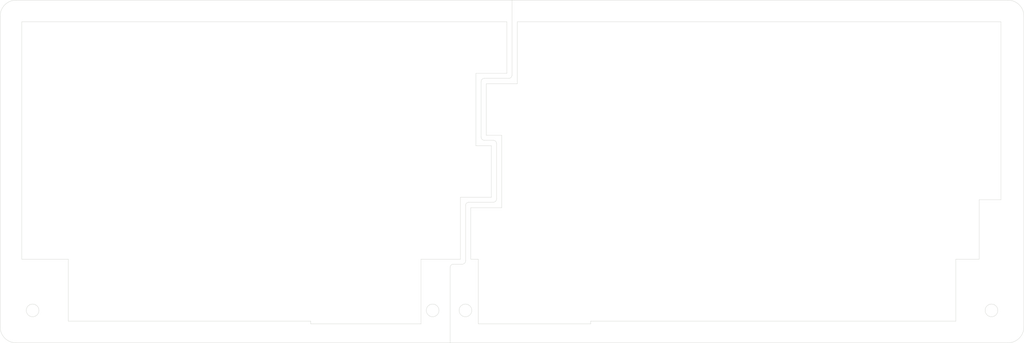
<source format=kicad_pcb>
(kicad_pcb (version 20171130) (host pcbnew "(5.1.4)-1")

  (general
    (thickness 1.6)
    (drawings 1153)
    (tracks 0)
    (zones 0)
    (modules 0)
    (nets 1)
  )

  (page A2)
  (layers
    (0 F.Cu signal hide)
    (31 B.Cu signal hide)
    (32 B.Adhes user hide)
    (33 F.Adhes user hide)
    (34 B.Paste user hide)
    (35 F.Paste user hide)
    (36 B.SilkS user hide)
    (37 F.SilkS user hide)
    (38 B.Mask user hide)
    (39 F.Mask user hide)
    (40 Dwgs.User user hide)
    (41 Cmts.User user hide)
    (42 Eco1.User user hide)
    (43 Eco2.User user hide)
    (44 Edge.Cuts user)
    (45 Margin user hide)
    (46 B.CrtYd user hide)
    (47 F.CrtYd user hide)
    (48 B.Fab user hide)
    (49 F.Fab user hide)
  )

  (setup
    (last_trace_width 0.25)
    (trace_clearance 0.2)
    (zone_clearance 0.508)
    (zone_45_only no)
    (trace_min 0.2)
    (via_size 0.8)
    (via_drill 0.4)
    (via_min_size 0.4)
    (via_min_drill 0.3)
    (uvia_size 0.3)
    (uvia_drill 0.1)
    (uvias_allowed no)
    (uvia_min_size 0.2)
    (uvia_min_drill 0.1)
    (edge_width 0.1)
    (segment_width 0.2)
    (pcb_text_width 0.3)
    (pcb_text_size 1.5 1.5)
    (mod_edge_width 0.15)
    (mod_text_size 1 1)
    (mod_text_width 0.15)
    (pad_size 1.5 1.5)
    (pad_drill 0.6)
    (pad_to_mask_clearance 0)
    (aux_axis_origin 0 0)
    (visible_elements 7FFFFFFF)
    (pcbplotparams
      (layerselection 0x01000_7ffffffe)
      (usegerberextensions false)
      (usegerberattributes false)
      (usegerberadvancedattributes false)
      (creategerberjobfile false)
      (excludeedgelayer true)
      (linewidth 0.100000)
      (plotframeref false)
      (viasonmask false)
      (mode 1)
      (useauxorigin false)
      (hpglpennumber 1)
      (hpglpenspeed 20)
      (hpglpendiameter 15.000000)
      (psnegative false)
      (psa4output false)
      (plotreference true)
      (plotvalue true)
      (plotinvisibletext false)
      (padsonsilk false)
      (subtractmaskfromsilk false)
      (outputformat 4)
      (mirror false)
      (drillshape 0)
      (scaleselection 1)
      (outputdirectory "C:/Users/Ding/Documents/Keyboard/Plate/"))
  )

  (net 0 "")

  (net_class Default "This is the default net class."
    (clearance 0.2)
    (trace_width 0.25)
    (via_dia 0.8)
    (via_drill 0.4)
    (uvia_dia 0.3)
    (uvia_drill 0.1)
  )

  (gr_arc (start 9.0005 9.0005) (end 4.9 9.0005) (angle 90) (layer Cmts.User) (width 0.1))
  (gr_arc (start 9.0005 96.39936) (end 4.9 96.39936) (angle -90) (layer Cmts.User) (width 0.1))
  (gr_arc (start 305.94936 96.39936) (end 310.0524 96.39936) (angle 90) (layer Cmts.User) (width 0.1))
  (gr_arc (start 305.94936 9.0005) (end 310.0524 9.0005) (angle -90) (layer Cmts.User) (width 0.1))
  (gr_arc (start 148.92834 42.10178) (end 148.92834 43.10178) (angle 90) (layer Margin) (width 0.1) (tstamp 5E62B64E))
  (gr_line (start 151.69008 43.10178) (end 148.92834 43.10178) (layer Margin) (width 0.1) (tstamp 5E62B64D))
  (gr_arc (start 148.92834 42.10178) (end 148.92834 43.10178) (angle 90) (layer Edge.Cuts) (width 0.1))
  (gr_curve (pts (xy 152.691602 44.102538) (xy 152.691601 43.550255) (xy 152.243887 43.102541) (xy 151.691604 43.10254)) (layer Margin) (width 0.1) (tstamp 5E62B5F3))
  (gr_line (start 149.54962 41.5727) (end 149.54962 25.72462) (layer Edge.Cuts) (width 0.1) (tstamp 5E61F8FD))
  (gr_line (start 293.98774 79.6727) (end 293.98774 98.7227) (layer Edge.Cuts) (width 0.1) (tstamp 5E61F8FA))
  (gr_line (start 147.09382 99.58094) (end 181.641 99.58094) (layer Edge.Cuts) (width 0.1) (tstamp 5E61F8EF))
  (gr_line (start 159.07462 25.72462) (end 159.07462 6.67462) (layer Edge.Cuts) (width 0.1) (tstamp 5E61F8FB))
  (gr_line (start 144.78712 79.6727) (end 147.09382 79.6727) (layer Edge.Cuts) (width 0.1) (tstamp 5E61F8ED))
  (gr_line (start 147.09382 79.6727) (end 147.09382 99.58094) (layer Edge.Cuts) (width 0.1) (tstamp 5E61F8F9))
  (gr_line (start 307.85106 61.37454) (end 301.13022 61.37454) (layer Edge.Cuts) (width 0.1) (tstamp 5E61F8F1))
  (gr_line (start 181.641 98.7227) (end 181.641 99.58094) (layer Edge.Cuts) (width 0.1) (tstamp 5E61F8FC))
  (gr_line (start 159.07462 6.67462) (end 307.85106 6.67462) (layer Edge.Cuts) (width 0.1) (tstamp 5E61F8F6))
  (gr_line (start 144.78712 63.82462) (end 144.78712 79.6727) (layer Edge.Cuts) (width 0.1) (tstamp 5E61F8FE))
  (gr_line (start 144.78712 63.82462) (end 154.31212 63.82462) (layer Edge.Cuts) (width 0.1) (tstamp 5E61F8F3))
  (gr_line (start 181.641 98.7227) (end 293.98774 98.7227) (layer Edge.Cuts) (width 0.1) (tstamp 5E61F8FF))
  (gr_line (start 301.13022 79.6727) (end 293.98774 79.6727) (layer Edge.Cuts) (width 0.1) (tstamp 5E61F8F4))
  (gr_line (start 301.13022 61.37454) (end 301.13022 79.6727) (layer Edge.Cuts) (width 0.1) (tstamp 5E61F900))
  (gr_line (start 154.31212 41.5727) (end 149.54962 41.5727) (layer Edge.Cuts) (width 0.1) (tstamp 5E61F8F0))
  (gr_line (start 149.54962 25.72462) (end 159.07462 25.72462) (layer Edge.Cuts) (width 0.1) (tstamp 5E61F8EE))
  (gr_line (start 154.31212 63.82462) (end 154.31212 41.5727) (layer Edge.Cuts) (width 0.1) (tstamp 5E61F8F8))
  (gr_line (start 307.85106 6.67462) (end 307.85106 61.37454) (layer Edge.Cuts) (width 0.1) (tstamp 5E61F8F2))
  (gr_curve (pts (xy 142.148384 97.122675) (xy 141.545052 96.774341) (xy 141.173383 96.130593) (xy 141.173383 95.433925)) (layer Edge.Cuts) (width 0.1) (tstamp 5E6296B9))
  (gr_curve (pts (xy 142.148384 93.745174) (xy 142.751716 93.39684) (xy 143.495053 93.39684) (xy 144.098385 93.745174)) (layer Edge.Cuts) (width 0.1) (tstamp 5E6296BE))
  (gr_curve (pts (xy 141.173383 95.433925) (xy 141.173383 94.737256) (xy 141.545052 94.093508) (xy 142.148384 93.745174)) (layer Edge.Cuts) (width 0.1) (tstamp 5E6296BD))
  (gr_curve (pts (xy 145.073386 95.433925) (xy 145.073386 96.130593) (xy 144.701718 96.774341) (xy 144.098385 97.122675)) (layer Edge.Cuts) (width 0.1) (tstamp 5E6296BB))
  (gr_curve (pts (xy 144.098385 93.745174) (xy 144.701718 94.093508) (xy 145.073386 94.737256) (xy 145.073386 95.433925)) (layer Edge.Cuts) (width 0.1) (tstamp 5E6296BA))
  (gr_curve (pts (xy 144.098385 97.122675) (xy 143.495053 97.471009) (xy 142.751716 97.471009) (xy 142.148384 97.122675)) (layer Edge.Cuts) (width 0.1) (tstamp 5E6296B8))
  (gr_curve (pts (xy 306.883161 95.433925) (xy 306.883161 96.51088) (xy 306.010116 97.383925) (xy 304.93316 97.383925)) (layer Edge.Cuts) (width 0.1) (tstamp 5E629734))
  (gr_curve (pts (xy 303.958159 93.745174) (xy 304.561492 93.39684) (xy 305.304828 93.39684) (xy 305.908161 93.745174)) (layer Edge.Cuts) (width 0.1) (tstamp 5E629733))
  (gr_curve (pts (xy 304.93316 97.383925) (xy 303.856204 97.383925) (xy 302.983159 96.51088) (xy 302.983159 95.433925)) (layer Edge.Cuts) (width 0.1) (tstamp 5E629738))
  (gr_curve (pts (xy 305.908161 93.745174) (xy 306.511493 94.093508) (xy 306.883161 94.737256) (xy 306.883161 95.433925)) (layer Edge.Cuts) (width 0.1) (tstamp 5E629735))
  (gr_curve (pts (xy 302.983159 95.433925) (xy 302.983159 94.737256) (xy 303.354827 94.093508) (xy 303.958159 93.745174)) (layer Edge.Cuts) (width 0.1) (tstamp 5E629736))
  (gr_arc (start 310.0024 100.49986) (end 314.9024 100.49986) (angle 90) (layer Edge.Cuts) (width 0.1) (tstamp 5E62A13E))
  (gr_line (start 157.45334 0) (end 310.0024 0) (layer Edge.Cuts) (width 0.1) (tstamp 5E62A13B))
  (gr_arc (start 310.0024 4.9) (end 310.0024 0) (angle 90) (layer Edge.Cuts) (width 0.1) (tstamp 5E62A13F))
  (gr_line (start 138.40334 105.39986) (end 310.0024 105.39986) (layer Edge.Cuts) (width 0.1) (tstamp 5E62A138))
  (gr_line (start 314.9024 100.49986) (end 314.9024 4.9) (layer Edge.Cuts) (width 0.1) (tstamp 5E62A13C))
  (gr_curve (pts (xy 156.455628 24.055232) (xy 157.007911 24.055231) (xy 157.455625 23.607518) (xy 157.455626 23.055234)) (layer Margin) (width 0.1) (tstamp 5E62B524))
  (gr_line (start 138.40334 105.39986) (end 138.40334 82.2033) (layer Margin) (width 0.1) (tstamp 5E62B523))
  (gr_line (start 143.16584 80.20432) (end 143.16584 63.1533) (layer Margin) (width 0.1) (tstamp 5E62B522))
  (gr_curve (pts (xy 148.930624 24.055232) (xy 148.378341 24.055234) (xy 147.930627 24.502947) (xy 147.930626 25.05523)) (layer Margin) (width 0.1) (tstamp 5E62B521))
  (gr_curve (pts (xy 139.405624 81.205334) (xy 138.853341 81.205335) (xy 138.405626 81.653049) (xy 138.405625 82.205332)) (layer Margin) (width 0.1) (tstamp 5E62B51F))
  (gr_line (start 147.92834 42.10178) (end 147.92834 25.0533) (layer Margin) (width 0.1) (tstamp 5E62B51E))
  (gr_curve (pts (xy 144.1666 62.155334) (xy 143.614317 62.155335) (xy 143.166603 62.603049) (xy 143.166602 63.155332)) (layer Margin) (width 0.1) (tstamp 5E62B51D))
  (gr_line (start 144.16406 62.15508) (end 151.69008 62.15508) (layer Margin) (width 0.1) (tstamp 5E62B51C))
  (gr_line (start 139.4041 81.20508) (end 142.16508 81.20508) (layer Margin) (width 0.1) (tstamp 5E62B51B))
  (gr_line (start 157.45334 23.05432) (end 157.45334 0) (layer Margin) (width 0.1) (tstamp 5E62B51A))
  (gr_curve (pts (xy 142.166604 81.205334) (xy 142.718887 81.205333) (xy 143.166601 80.757619) (xy 143.166602 80.205336)) (layer Margin) (width 0.1) (tstamp 5E62B519))
  (gr_line (start 152.69084 61.15432) (end 152.69084 44.10076) (layer Margin) (width 0.1) (tstamp 5E62B518))
  (gr_line (start 148.9291 24.05508) (end 156.45512 24.05508) (layer Margin) (width 0.1) (tstamp 5E62B517))
  (gr_curve (pts (xy 151.691604 62.155334) (xy 152.243887 62.155333) (xy 152.691601 61.707619) (xy 152.691602 61.155336)) (layer Margin) (width 0.1) (tstamp 5E62B516))
  (gr_arc (start 4.9 4.9) (end 4.9 0) (angle -90) (layer Margin) (width 0.1) (tstamp 5E62B4F1))
  (gr_arc (start 4.9 100.49986) (end 0 100.49986) (angle -90) (layer Margin) (width 0.1) (tstamp 5E62B4F0))
  (gr_arc (start 310.0024 4.9) (end 310.0024 0) (angle 90) (layer Margin) (width 0.1) (tstamp 5E62B4EF))
  (gr_arc (start 310.0024 100.49986) (end 314.9024 100.49986) (angle 90) (layer Margin) (width 0.1) (tstamp 5E62B4EE))
  (gr_line (start 4.9 0) (end 157.45334 0) (layer Margin) (width 0.1) (tstamp 5E62B4ED))
  (gr_line (start 314.9024 100.49986) (end 314.9024 4.9) (layer Margin) (width 0.1) (tstamp 5E62B4EC))
  (gr_line (start 157.45334 0) (end 310.0024 0) (layer Margin) (width 0.1) (tstamp 5E62B4EB))
  (gr_line (start 0 4.9) (end 0 100.49986) (layer Cmts.User) (width 0.1) (tstamp 5E62B4EA))
  (gr_line (start 4.9 105.39986) (end 138.40334 105.39986) (layer Margin) (width 0.1) (tstamp 5E62B4E9))
  (gr_line (start 138.40334 105.39986) (end 310.0024 105.39986) (layer Margin) (width 0.1) (tstamp 5E62B4E8))
  (gr_curve (pts (xy 151.691604 62.155334) (xy 152.243887 62.155333) (xy 152.691601 61.707619) (xy 152.691602 61.155336)) (layer Edge.Cuts) (width 0.1) (tstamp 5E629514))
  (gr_line (start 148.9291 24.05508) (end 156.45512 24.05508) (layer Edge.Cuts) (width 0.1) (tstamp 5E629517))
  (gr_line (start 152.69084 61.15432) (end 152.69084 44.10076) (layer Edge.Cuts) (width 0.1) (tstamp 5E629519))
  (gr_curve (pts (xy 142.166604 81.205334) (xy 142.718887 81.205333) (xy 143.166601 80.757619) (xy 143.166602 80.205336)) (layer Edge.Cuts) (width 0.1) (tstamp 5E629515))
  (gr_line (start 157.45334 23.05432) (end 157.45334 0) (layer Edge.Cuts) (width 0.1) (tstamp 5E629516))
  (gr_line (start 139.4041 81.20508) (end 142.16508 81.20508) (layer Edge.Cuts) (width 0.1) (tstamp 5E629518))
  (gr_line (start 144.16406 62.15508) (end 151.69008 62.15508) (layer Edge.Cuts) (width 0.1) (tstamp 5E62951A))
  (gr_curve (pts (xy 144.1666 62.155334) (xy 143.614317 62.155335) (xy 143.166603 62.603049) (xy 143.166602 63.155332)) (layer Edge.Cuts) (width 0.1) (tstamp 5E62951B))
  (gr_line (start 147.92834 42.10178) (end 147.92834 25.0533) (layer Edge.Cuts) (width 0.1) (tstamp 5E62951C))
  (gr_curve (pts (xy 139.405624 81.205334) (xy 138.853341 81.205335) (xy 138.405626 81.653049) (xy 138.405625 82.205332)) (layer Edge.Cuts) (width 0.1) (tstamp 5E62951D))
  (gr_curve (pts (xy 148.930624 24.055232) (xy 148.378341 24.055234) (xy 147.930627 24.502947) (xy 147.930626 25.05523)) (layer Edge.Cuts) (width 0.1) (tstamp 5E62951F))
  (gr_line (start 143.16584 80.20432) (end 143.16584 63.1533) (layer Edge.Cuts) (width 0.1) (tstamp 5E62951E))
  (gr_line (start 138.40334 105.39986) (end 138.40334 82.2033) (layer Edge.Cuts) (width 0.1) (tstamp 5E629522))
  (gr_curve (pts (xy 156.455628 24.055232) (xy 157.007911 24.055231) (xy 157.455625 23.607518) (xy 157.455626 23.055234)) (layer Edge.Cuts) (width 0.1) (tstamp 5E629523))
  (gr_line (start 151.69008 43.10178) (end 148.92834 43.10178) (layer Edge.Cuts) (width 0.1) (tstamp 5E629521))
  (gr_curve (pts (xy 152.691602 44.102538) (xy 152.691601 43.550255) (xy 152.243887 43.102541) (xy 151.691604 43.10254)) (layer Edge.Cuts) (width 0.1) (tstamp 5E629520))
  (gr_arc (start 4.9 4.9) (end 4.9 0) (angle -90) (layer Edge.Cuts) (width 0.1) (tstamp 5E62A141))
  (gr_arc (start 4.9 100.49986) (end 0 100.49986) (angle -90) (layer Edge.Cuts) (width 0.1) (tstamp 5E62A140))
  (gr_line (start 4.9 0) (end 157.45334 0) (layer Edge.Cuts) (width 0.1) (tstamp 5E62A13D))
  (gr_line (start 0 4.9) (end 0 100.49986) (layer Edge.Cuts) (width 0.1) (tstamp 5E62A13A))
  (gr_line (start 4.9 105.39986) (end 138.40334 105.39986) (layer Edge.Cuts) (width 0.1) (tstamp 5E62A139))
  (gr_arc (start 4.9 100.49986) (end 0 100.49986) (angle -90) (layer Eco2.User) (width 0.1) (tstamp 5E62A10F))
  (gr_arc (start 310.0024 4.9) (end 310.0024 0) (angle 90) (layer Eco2.User) (width 0.1) (tstamp 5E62A10E))
  (gr_arc (start 310.0024 100.49986) (end 314.9024 100.49986) (angle 90) (layer Eco2.User) (width 0.1) (tstamp 5E62A10D))
  (gr_arc (start 4.9 4.9) (end 4.9 0) (angle -90) (layer Cmts.User) (width 0.1) (tstamp 5E62A10C))
  (gr_line (start 4.9 0) (end 157.45334 0) (layer Eco2.User) (width 0.1) (tstamp 5E62A10B))
  (gr_line (start 314.9024 100.49986) (end 314.9024 4.9) (layer Eco2.User) (width 0.1) (tstamp 5E62A10A))
  (gr_line (start 157.45334 0) (end 310.0024 0) (layer Eco2.User) (width 0.1) (tstamp 5E62A109))
  (gr_line (start 0 4.9) (end 0 100.49986) (layer Eco2.User) (width 0.1) (tstamp 5E62A108))
  (gr_line (start 4.9 105.39986) (end 138.40334 105.39986) (layer Eco2.User) (width 0.1) (tstamp 5E62A107))
  (gr_line (start 138.40334 105.39986) (end 310.0024 105.39986) (layer Eco2.User) (width 0.1) (tstamp 5E62A106))
  (gr_arc (start 4.9 100.49986) (end 0 100.49986) (angle -90) (layer Cmts.User) (width 0.1))
  (gr_arc (start 310.0024 100.49986) (end 314.9024 100.49986) (angle 90) (layer Cmts.User) (width 0.1))
  (gr_arc (start 310.0024 4.9) (end 310.0024 0) (angle 90) (layer Cmts.User) (width 0.1))
  (gr_arc (start 4.9 4.9) (end 4.9 0) (angle -90) (layer Eco2.User) (width 0.1))
  (gr_curve (pts (xy 134.996081 95.397285) (xy 134.996081 96.093953) (xy 134.624413 96.737701) (xy 134.021081 97.086035)) (layer F.CrtYd) (width 0.1))
  (gr_line (start 97.246109 43.79642) (end 97.246109 43.79642) (layer F.CrtYd) (width 0.1))
  (gr_curve (pts (xy 96.44611 45.18206) (xy 95.951068 45.467873) (xy 95.341152 45.467873) (xy 94.84611 45.18206)) (layer F.CrtYd) (width 0.1))
  (gr_line (start 145.096146 95.397285) (end 145.096146 95.397285) (layer F.CrtYd) (width 0.1))
  (gr_curve (pts (xy 96.44611 42.41078) (xy 96.941151 42.696592) (xy 97.246109 43.224795) (xy 97.246109 43.79642)) (layer F.CrtYd) (width 0.1))
  (gr_curve (pts (xy 141.196143 95.397285) (xy 141.196143 94.700616) (xy 141.567812 94.056868) (xy 142.171144 93.708534)) (layer F.CrtYd) (width 0.1))
  (gr_curve (pts (xy 145.096146 95.397285) (xy 145.096146 96.093953) (xy 144.724478 96.737701) (xy 144.121145 97.086035)) (layer F.CrtYd) (width 0.1))
  (gr_curve (pts (xy 144.121145 97.086035) (xy 143.517813 97.434369) (xy 142.774476 97.434369) (xy 142.171144 97.086035)) (layer F.CrtYd) (width 0.1))
  (gr_curve (pts (xy 142.171144 97.086035) (xy 141.567812 96.737701) (xy 141.196143 96.093953) (xy 141.196143 95.397285)) (layer F.CrtYd) (width 0.1))
  (gr_curve (pts (xy 144.121145 93.708534) (xy 144.724478 94.056868) (xy 145.096146 94.700616) (xy 145.096146 95.397285)) (layer F.CrtYd) (width 0.1))
  (gr_curve (pts (xy 94.84611 42.41078) (xy 95.341152 42.124968) (xy 95.951068 42.124968) (xy 96.44611 42.41078)) (layer F.CrtYd) (width 0.1))
  (gr_curve (pts (xy 142.171144 93.708534) (xy 142.774476 93.3602) (xy 143.517813 93.3602) (xy 144.121145 93.708534)) (layer F.CrtYd) (width 0.1))
  (gr_curve (pts (xy 97.246109 43.79642) (xy 97.246109 44.368045) (xy 96.941151 44.896248) (xy 96.44611 45.18206)) (layer F.CrtYd) (width 0.1))
  (gr_line (start 211.496064 43.79642) (end 211.496064 43.79642) (layer F.CrtYd) (width 0.1))
  (gr_curve (pts (xy 134.021081 93.708534) (xy 134.624413 94.056868) (xy 134.996081 94.700616) (xy 134.996081 95.397285)) (layer F.CrtYd) (width 0.1))
  (gr_curve (pts (xy 132.07108 97.086035) (xy 131.467748 96.737701) (xy 131.09608 96.093953) (xy 131.09608 95.397285)) (layer F.CrtYd) (width 0.1))
  (gr_curve (pts (xy 94.84611 45.18206) (xy 94.351069 44.896248) (xy 94.046111 44.368045) (xy 94.046111 43.79642)) (layer F.CrtYd) (width 0.1))
  (gr_curve (pts (xy 209.896064 42.196421) (xy 210.77972 42.196421) (xy 211.496064 42.912765) (xy 211.496064 43.79642)) (layer F.CrtYd) (width 0.1))
  (gr_curve (pts (xy 94.046111 43.79642) (xy 94.046111 43.224795) (xy 94.351069 42.696592) (xy 94.84611 42.41078)) (layer F.CrtYd) (width 0.1))
  (gr_curve (pts (xy 132.07108 93.708534) (xy 132.674413 93.3602) (xy 133.417749 93.3602) (xy 134.021081 93.708534)) (layer F.CrtYd) (width 0.1))
  (gr_curve (pts (xy 131.09608 95.397285) (xy 131.09608 94.700616) (xy 131.467748 94.056868) (xy 132.07108 93.708534)) (layer F.CrtYd) (width 0.1))
  (gr_curve (pts (xy 134.021081 97.086035) (xy 133.417749 97.434369) (xy 132.674413 97.434369) (xy 132.07108 97.086035)) (layer F.CrtYd) (width 0.1))
  (gr_line (start 35.22586 66.28812) (end 35.22586 65.36864) (layer F.CrtYd) (width 0.1))
  (gr_line (start 195.78688 97.71808) (end 195.78688 83.87) (layer F.CrtYd) (width 0.1))
  (gr_line (start 30.3516 69.519) (end 29.5261 69.519) (layer F.CrtYd) (width 0.1))
  (gr_line (start 157.44812 23.0497) (end 157.44812 4.99538) (layer F.CrtYd) (width 0.1))
  (gr_curve (pts (xy 281.746279 27.346314) (xy 281.746279 26.649645) (xy 282.117947 26.005897) (xy 282.721279 25.657563)) (layer F.CrtYd) (width 0.1))
  (gr_line (start 81.05 97.71808) (end 67.20192 97.71808) (layer F.CrtYd) (width 0.1))
  (gr_line (start 57.2375 97.71808) (end 43.38688 97.71808) (layer F.CrtYd) (width 0.1))
  (gr_line (start 36.95052 66.28812) (end 35.22586 66.28812) (layer F.CrtYd) (width 0.1))
  (gr_line (start 32.07372 78.43948) (end 32.07372 79.41992) (layer F.CrtYd) (width 0.1))
  (gr_curve (pts (xy 8.046166 95.397285) (xy 8.046166 94.700616) (xy 8.417834 94.056868) (xy 9.021166 93.708534)) (layer F.CrtYd) (width 0.1))
  (gr_curve (pts (xy 303.970919 93.708534) (xy 304.574252 93.3602) (xy 305.317588 93.3602) (xy 305.920921 93.708534)) (layer F.CrtYd) (width 0.1))
  (gr_curve (pts (xy 302.995919 95.397285) (xy 302.995919 94.700616) (xy 303.367587 94.056868) (xy 303.970919 93.708534)) (layer F.CrtYd) (width 0.1))
  (gr_curve (pts (xy 284.671281 25.657563) (xy 285.274613 26.005897) (xy 285.646281 26.649645) (xy 285.646281 27.346314)) (layer F.CrtYd) (width 0.1))
  (gr_line (start 285.646281 27.346314) (end 285.646281 27.346314) (layer F.CrtYd) (width 0.1))
  (gr_line (start 67.20192 97.71808) (end 67.20192 83.87) (layer F.CrtYd) (width 0.1))
  (gr_line (start 139.39888 81.20046) (end 142.15986 81.20046) (layer F.CrtYd) (width 0.1))
  (gr_line (start 138.39812 100.24792) (end 138.39812 82.19868) (layer F.CrtYd) (width 0.1))
  (gr_line (start 306.895921 95.397285) (end 306.895921 95.397285) (layer F.CrtYd) (width 0.1))
  (gr_line (start 151.68486 43.09538) (end 148.92388 43.09538) (layer F.CrtYd) (width 0.1))
  (gr_line (start 11.946168 95.397285) (end 11.946168 95.397285) (layer F.CrtYd) (width 0.1))
  (gr_curve (pts (xy 177.396169 21.960681) (xy 177.89121 22.246493) (xy 178.196168 22.774696) (xy 178.196168 23.346321)) (layer F.CrtYd) (width 0.1))
  (gr_line (start 144.15884 62.15046) (end 151.68486 62.15046) (layer F.CrtYd) (width 0.1))
  (gr_curve (pts (xy 284.671281 29.035064) (xy 284.067948 29.383398) (xy 283.324612 29.383398) (xy 282.721279 29.035064)) (layer F.CrtYd) (width 0.1))
  (gr_curve (pts (xy 305.920921 93.708534) (xy 306.524253 94.056868) (xy 306.895921 94.700616) (xy 306.895921 95.397285)) (layer F.CrtYd) (width 0.1))
  (gr_curve (pts (xy 175.796169 24.731961) (xy 175.301128 24.446149) (xy 174.99617 23.917945) (xy 174.99617 23.346321)) (layer F.CrtYd) (width 0.1))
  (gr_line (start 134.996081 95.397285) (end 134.996081 95.397285) (layer F.CrtYd) (width 0.1))
  (gr_line (start 38.62692 69.519) (end 36.95052 69.519) (layer F.CrtYd) (width 0.1))
  (gr_curve (pts (xy 282.721279 29.035064) (xy 282.117947 28.68673) (xy 281.746279 28.042982) (xy 281.746279 27.346314)) (layer F.CrtYd) (width 0.1))
  (gr_line (start 55.87606 78.43948) (end 55.87606 79.41992) (layer F.CrtYd) (width 0.1))
  (gr_line (start 178.196168 23.346321) (end 178.196168 23.346321) (layer F.CrtYd) (width 0.1))
  (gr_curve (pts (xy 9.021166 93.708534) (xy 9.624499 93.3602) (xy 10.367835 93.3602) (xy 10.971168 93.708534)) (layer F.CrtYd) (width 0.1))
  (gr_line (start 35.22586 65.36864) (end 32.07372 65.36864) (layer F.CrtYd) (width 0.1))
  (gr_line (start 55.87606 79.41992) (end 59.02566 79.41992) (layer F.CrtYd) (width 0.1))
  (gr_line (start 59.02566 79.41992) (end 59.02566 78.43948) (layer F.CrtYd) (width 0.1))
  (gr_line (start 57.2375 83.87) (end 57.2375 97.71808) (layer F.CrtYd) (width 0.1))
  (gr_line (start 148.92388 24.05046) (end 156.4499 24.05046) (layer F.CrtYd) (width 0.1))
  (gr_curve (pts (xy 11.946168 95.397285) (xy 11.946168 96.093953) (xy 11.5745 96.737701) (xy 10.971168 97.086035)) (layer F.CrtYd) (width 0.1))
  (gr_curve (pts (xy 306.895921 95.397285) (xy 306.895921 96.47424) (xy 306.022876 97.347285) (xy 304.94592 97.347285)) (layer F.CrtYd) (width 0.1))
  (gr_curve (pts (xy 177.396169 24.731961) (xy 176.901127 25.017773) (xy 176.291211 25.017773) (xy 175.796169 24.731961)) (layer F.CrtYd) (width 0.1))
  (gr_curve (pts (xy 9.021166 97.086035) (xy 8.417834 96.737701) (xy 8.046166 96.093953) (xy 8.046166 95.397285)) (layer F.CrtYd) (width 0.1))
  (gr_curve (pts (xy 10.971168 93.708534) (xy 11.5745 94.056868) (xy 11.946168 94.700616) (xy 11.946168 95.397285)) (layer F.CrtYd) (width 0.1))
  (gr_line (start 219.60192 97.71808) (end 219.60192 83.87) (layer F.CrtYd) (width 0.1))
  (gr_line (start 152.68562 61.1497) (end 152.68562 44.09614) (layer F.CrtYd) (width 0.1))
  (gr_line (start 147.92312 42.09716) (end 147.92312 25.04868) (layer F.CrtYd) (width 0.1))
  (gr_line (start 36.95052 73.96908) (end 38.62692 73.96908) (layer F.CrtYd) (width 0.1))
  (gr_curve (pts (xy 10.971168 97.086035) (xy 10.367835 97.434369) (xy 9.624499 97.434369) (xy 9.021166 97.086035)) (layer F.CrtYd) (width 0.1))
  (gr_curve (pts (xy 304.94592 97.347285) (xy 303.868964 97.347285) (xy 302.995919 96.47424) (xy 302.995919 95.397285)) (layer F.CrtYd) (width 0.1))
  (gr_line (start 67.20192 83.87) (end 81.05 83.87) (layer F.CrtYd) (width 0.1))
  (gr_line (start 32.07372 65.36864) (end 32.07372 66.28812) (layer F.CrtYd) (width 0.1))
  (gr_line (start 233.45 97.71808) (end 219.60192 97.71808) (layer F.CrtYd) (width 0.1))
  (gr_line (start 21.9569 97.71808) (end 21.9569 83.87) (layer F.CrtYd) (width 0.1))
  (gr_curve (pts (xy 282.721279 25.657563) (xy 283.324612 25.309229) (xy 284.067948 25.309229) (xy 284.671281 25.657563)) (layer F.CrtYd) (width 0.1))
  (gr_line (start 143.16062 80.1997) (end 143.16062 63.14868) (layer F.CrtYd) (width 0.1))
  (gr_curve (pts (xy 175.796169 21.960681) (xy 176.291211 21.674868) (xy 176.901127 21.674868) (xy 177.396169 21.960681)) (layer F.CrtYd) (width 0.1))
  (gr_line (start 35.80752 97.71808) (end 21.9569 97.71808) (layer F.CrtYd) (width 0.1))
  (gr_curve (pts (xy 285.646281 27.346314) (xy 285.646281 28.042982) (xy 285.274613 28.68673) (xy 284.671281 29.035064)) (layer F.CrtYd) (width 0.1))
  (gr_curve (pts (xy 174.99617 23.346321) (xy 174.99617 22.774696) (xy 175.301128 22.246493) (xy 175.796169 21.960681)) (layer F.CrtYd) (width 0.1))
  (gr_curve (pts (xy 178.196168 23.346321) (xy 178.196168 23.917945) (xy 177.89121 24.446149) (xy 177.396169 24.731961)) (layer F.CrtYd) (width 0.1))
  (gr_line (start 5.04304 97.02212) (end 5.00748 96.7097) (layer F.CrtYd) (width 0.1))
  (gr_line (start 5.104 8.06116) (end 5.19036 7.7589) (layer F.CrtYd) (width 0.1))
  (gr_line (start 8.68032 5.00808) (end 8.99528 4.99538) (layer F.CrtYd) (width 0.1))
  (gr_line (start 5.04304 8.3685) (end 5.104 8.06116) (layer F.CrtYd) (width 0.1))
  (gr_line (start 6.90486 5.58466) (end 7.17918 5.42972) (layer F.CrtYd) (width 0.1))
  (gr_line (start 309.1801 6.64384) (end 309.35536 6.90546) (layer F.CrtYd) (width 0.1))
  (gr_line (start 308.7737 6.16632) (end 308.98706 6.39746) (layer F.CrtYd) (width 0.1))
  (gr_line (start 4.99478 8.99588) (end 5.00748 8.68092) (layer F.CrtYd) (width 0.1))
  (gr_line (start 5.19036 97.63172) (end 5.104 97.32946) (layer F.CrtYd) (width 0.1))
  (gr_line (start 5.19036 7.7589) (end 5.29958 7.46426) (layer F.CrtYd) (width 0.1))
  (gr_line (start 5.00748 96.7097) (end 4.99478 96.39474) (layer F.CrtYd) (width 0.1))
  (gr_line (start 306.57152 5.04364) (end 306.87886 5.1046) (layer F.CrtYd) (width 0.1))
  (gr_line (start 6.16572 6.16632) (end 6.39686 5.95296) (layer F.CrtYd) (width 0.1))
  (gr_line (start 6.64324 99.6307) (end 6.39686 99.43766) (layer F.CrtYd) (width 0.1))
  (gr_line (start 309.93194 8.68092) (end 309.94718 8.99588) (layer F.CrtYd) (width 0.1))
  (gr_line (start 309.7516 7.7589) (end 309.83542 8.06116) (layer F.CrtYd) (width 0.1))
  (gr_line (start 308.54256 5.95296) (end 308.7737 6.16632) (layer F.CrtYd) (width 0.1))
  (gr_line (start 8.06056 5.1046) (end 8.37044 5.04364) (layer F.CrtYd) (width 0.1))
  (gr_line (start 5.29958 97.92636) (end 5.19036 97.63172) (layer F.CrtYd) (width 0.1))
  (gr_line (start 5.95236 6.39746) (end 6.16572 6.16632) (layer F.CrtYd) (width 0.1))
  (gr_line (start 7.7583 5.19096) (end 8.06056 5.1046) (layer F.CrtYd) (width 0.1))
  (gr_line (start 5.58406 6.90546) (end 5.75678 6.64384) (layer F.CrtYd) (width 0.1))
  (gr_line (start 307.76024 99.95836) (end 307.47576 100.09298) (layer F.CrtYd) (width 0.1))
  (gr_line (start 6.39686 99.43766) (end 6.16572 99.2243) (layer F.CrtYd) (width 0.1))
  (gr_line (start 307.18112 100.19966) (end 306.87886 100.28602) (layer F.CrtYd) (width 0.1))
  (gr_line (start 7.17918 5.42972) (end 7.46366 5.30018) (layer F.CrtYd) (width 0.1))
  (gr_line (start 8.37044 5.04364) (end 8.68032 5.00808) (layer F.CrtYd) (width 0.1))
  (gr_line (start 308.98706 6.39746) (end 309.1801 6.64384) (layer F.CrtYd) (width 0.1))
  (gr_line (start 5.42912 7.17978) (end 5.58406 6.90546) (layer F.CrtYd) (width 0.1))
  (gr_line (start 5.75678 6.64384) (end 5.95236 6.39746) (layer F.CrtYd) (width 0.1))
  (gr_line (start 309.7516 97.63172) (end 309.64238 97.92636) (layer F.CrtYd) (width 0.1))
  (gr_line (start 5.104 97.32946) (end 5.04304 97.02212) (layer F.CrtYd) (width 0.1))
  (gr_line (start 309.5103 7.17978) (end 309.64238 7.46426) (layer F.CrtYd) (width 0.1))
  (gr_line (start 8.99528 4.99538) (end 305.94414 4.99538) (layer F.CrtYd) (width 0.1))
  (gr_line (start 307.18112 5.19096) (end 307.47576 5.30018) (layer F.CrtYd) (width 0.1))
  (gr_line (start 7.46366 5.30018) (end 7.7583 5.19096) (layer F.CrtYd) (width 0.1))
  (gr_line (start 309.64238 97.92636) (end 309.5103 98.21084) (layer F.CrtYd) (width 0.1))
  (gr_line (start 5.58406 98.48516) (end 5.42912 98.21084) (layer F.CrtYd) (width 0.1))
  (gr_line (start 309.94718 96.39474) (end 309.93194 96.7097) (layer F.CrtYd) (width 0.1))
  (gr_line (start 6.64324 5.75738) (end 6.90486 5.58466) (layer F.CrtYd) (width 0.1))
  (gr_line (start 306.87886 100.28602) (end 306.57152 100.34698) (layer F.CrtYd) (width 0.1))
  (gr_line (start 5.75678 98.74678) (end 5.58406 98.48516) (layer F.CrtYd) (width 0.1))
  (gr_line (start 4.99478 96.39474) (end 4.99478 8.99588) (layer F.CrtYd) (width 0.1))
  (gr_line (start 308.7737 99.2243) (end 308.54256 99.43766) (layer F.CrtYd) (width 0.1))
  (gr_curve (pts (xy 208.296065 43.79642) (xy 208.296065 42.912765) (xy 209.012409 42.196421) (xy 209.896064 42.196421)) (layer F.CrtYd) (width 0.1))
  (gr_curve (pts (xy 209.096065 45.18206) (xy 208.601023 44.896248) (xy 208.296065 44.368045) (xy 208.296065 43.79642)) (layer F.CrtYd) (width 0.1))
  (gr_curve (pts (xy 210.696064 45.18206) (xy 210.201023 45.467873) (xy 209.591106 45.467873) (xy 209.096065 45.18206)) (layer F.CrtYd) (width 0.1))
  (gr_curve (pts (xy 211.496064 43.79642) (xy 211.496064 44.368045) (xy 211.191106 44.896248) (xy 210.696064 45.18206)) (layer F.CrtYd) (width 0.1))
  (gr_line (start 5.00748 8.68092) (end 5.04304 8.3685) (layer F.CrtYd) (width 0.1))
  (gr_line (start 6.39686 5.95296) (end 6.64324 5.75738) (layer F.CrtYd) (width 0.1))
  (gr_line (start 5.42912 98.21084) (end 5.29958 97.92636) (layer F.CrtYd) (width 0.1))
  (gr_line (start 5.29958 7.46426) (end 5.42912 7.17978) (layer F.CrtYd) (width 0.1))
  (gr_line (start 5.95236 98.99316) (end 5.75678 98.74678) (layer F.CrtYd) (width 0.1))
  (gr_line (start 308.03456 99.80596) (end 307.76024 99.95836) (layer F.CrtYd) (width 0.1))
  (gr_curve (pts (xy 147.925406 42.097922) (xy 147.925407 42.650205) (xy 148.373121 43.097919) (xy 148.925404 43.09792)) (layer F.CrtYd) (width 0.1))
  (gr_curve (pts (xy 27.192066 28.056276) (xy 26.588734 28.40461) (xy 25.845397 28.40461) (xy 25.242065 28.056276)) (layer F.CrtYd) (width 0.1))
  (gr_line (start 6.16572 99.2243) (end 5.95236 98.99316) (layer F.CrtYd) (width 0.1))
  (gr_curve (pts (xy 140.217065 23.346321) (xy 140.217065 23.917945) (xy 139.912107 24.446149) (xy 139.417065 24.731961)) (layer F.CrtYd) (width 0.1))
  (gr_curve (pts (xy 137.017065 23.346321) (xy 137.017065 22.774696) (xy 137.322023 22.246493) (xy 137.817066 21.960681)) (layer F.CrtYd) (width 0.1))
  (gr_line (start 8.37044 100.34698) (end 8.06056 100.28602) (layer F.CrtYd) (width 0.1))
  (gr_line (start 306.2591 100.38254) (end 305.94414 100.39524) (layer F.CrtYd) (width 0.1))
  (gr_line (start 8.68032 100.38254) (end 8.37044 100.34698) (layer F.CrtYd) (width 0.1))
  (gr_curve (pts (xy 137.817066 24.731961) (xy 137.322023 24.446149) (xy 137.017065 23.917945) (xy 137.017065 23.346321)) (layer F.CrtYd) (width 0.1))
  (gr_line (start 309.1801 98.74678) (end 308.98706 98.99316) (layer F.CrtYd) (width 0.1))
  (gr_curve (pts (xy 27.192066 24.678775) (xy 27.795398 25.027109) (xy 28.167067 25.670857) (xy 28.167067 26.367526)) (layer F.CrtYd) (width 0.1))
  (gr_line (start 307.47576 5.30018) (end 307.76024 5.42972) (layer F.CrtYd) (width 0.1))
  (gr_line (start 309.89638 8.3685) (end 309.93194 8.68092) (layer F.CrtYd) (width 0.1))
  (gr_line (start 309.5103 98.21084) (end 309.35536 98.48516) (layer F.CrtYd) (width 0.1))
  (gr_line (start 309.64238 7.46426) (end 309.7516 7.7589) (layer F.CrtYd) (width 0.1))
  (gr_line (start 140.217065 23.346321) (end 140.217065 23.346321) (layer F.CrtYd) (width 0.1))
  (gr_curve (pts (xy 25.242065 28.056276) (xy 24.638732 27.707942) (xy 24.267064 27.064194) (xy 24.267064 26.367526)) (layer F.CrtYd) (width 0.1))
  (gr_curve (pts (xy 139.400404 81.200714) (xy 138.848121 81.200715) (xy 138.400406 81.648429) (xy 138.400405 82.200712)) (layer F.CrtYd) (width 0.1))
  (gr_line (start 7.7583 100.19966) (end 7.46366 100.09298) (layer F.CrtYd) (width 0.1))
  (gr_line (start 309.35536 98.48516) (end 309.1801 98.74678) (layer F.CrtYd) (width 0.1))
  (gr_line (start 309.93194 96.7097) (end 309.89638 97.02212) (layer F.CrtYd) (width 0.1))
  (gr_curve (pts (xy 139.417065 21.960681) (xy 139.912107 22.246493) (xy 140.217065 22.774696) (xy 140.217065 23.346321)) (layer F.CrtYd) (width 0.1))
  (gr_line (start 307.47576 100.09298) (end 307.18112 100.19966) (layer F.CrtYd) (width 0.1))
  (gr_line (start 305.94414 100.39524) (end 8.99528 100.39524) (layer F.CrtYd) (width 0.1))
  (gr_line (start 8.06056 100.28602) (end 7.7583 100.19966) (layer F.CrtYd) (width 0.1))
  (gr_line (start 307.76024 5.42972) (end 308.03456 5.58466) (layer F.CrtYd) (width 0.1))
  (gr_curve (pts (xy 144.16138 62.150714) (xy 143.609097 62.150715) (xy 143.161383 62.598429) (xy 143.161382 63.150712)) (layer F.CrtYd) (width 0.1))
  (gr_curve (pts (xy 151.686384 62.150714) (xy 152.238667 62.150713) (xy 152.686381 61.702999) (xy 152.686382 61.150716)) (layer F.CrtYd) (width 0.1))
  (gr_line (start 309.94718 8.99588) (end 309.94718 96.39474) (layer F.CrtYd) (width 0.1))
  (gr_line (start 7.46366 100.09298) (end 7.17918 99.95836) (layer F.CrtYd) (width 0.1))
  (gr_line (start 8.99528 100.39524) (end 8.68032 100.38254) (layer F.CrtYd) (width 0.1))
  (gr_line (start 306.57152 100.34698) (end 306.2591 100.38254) (layer F.CrtYd) (width 0.1))
  (gr_line (start 309.89638 97.02212) (end 309.83542 97.32946) (layer F.CrtYd) (width 0.1))
  (gr_line (start 28.167067 26.367526) (end 28.167067 26.367526) (layer F.CrtYd) (width 0.1))
  (gr_line (start 309.35536 6.90546) (end 309.5103 7.17978) (layer F.CrtYd) (width 0.1))
  (gr_line (start 306.87886 5.1046) (end 307.18112 5.19096) (layer F.CrtYd) (width 0.1))
  (gr_line (start 6.90486 99.80596) (end 6.64324 99.6307) (layer F.CrtYd) (width 0.1))
  (gr_curve (pts (xy 28.167067 26.367526) (xy 28.167067 27.064194) (xy 27.795398 27.707942) (xy 27.192066 28.056276)) (layer F.CrtYd) (width 0.1))
  (gr_curve (pts (xy 156.450408 24.050612) (xy 157.002691 24.050611) (xy 157.450405 23.602898) (xy 157.450406 23.050614)) (layer F.CrtYd) (width 0.1))
  (gr_curve (pts (xy 148.925404 24.050612) (xy 148.373121 24.050614) (xy 147.925407 24.498327) (xy 147.925406 25.05061)) (layer F.CrtYd) (width 0.1))
  (gr_line (start 306.2591 5.00808) (end 306.57152 5.04364) (layer F.CrtYd) (width 0.1))
  (gr_line (start 309.83542 97.32946) (end 309.7516 97.63172) (layer F.CrtYd) (width 0.1))
  (gr_line (start 308.29618 99.6307) (end 308.03456 99.80596) (layer F.CrtYd) (width 0.1))
  (gr_curve (pts (xy 152.686382 44.097918) (xy 152.686381 43.545635) (xy 152.238667 43.097921) (xy 151.686384 43.09792)) (layer F.CrtYd) (width 0.1))
  (gr_line (start 308.03456 5.58466) (end 308.29618 5.75738) (layer F.CrtYd) (width 0.1))
  (gr_curve (pts (xy 139.417065 24.731961) (xy 138.922024 25.017773) (xy 138.312106 25.017773) (xy 137.817066 24.731961)) (layer F.CrtYd) (width 0.1))
  (gr_line (start 308.29618 5.75738) (end 308.54256 5.95296) (layer F.CrtYd) (width 0.1))
  (gr_line (start 309.83542 8.06116) (end 309.89638 8.3685) (layer F.CrtYd) (width 0.1))
  (gr_curve (pts (xy 142.161384 81.200714) (xy 142.713667 81.200713) (xy 143.161381 80.752999) (xy 143.161382 80.200716)) (layer F.CrtYd) (width 0.1))
  (gr_curve (pts (xy 137.817066 21.960681) (xy 138.312106 21.674868) (xy 138.922024 21.674868) (xy 139.417065 21.960681)) (layer F.CrtYd) (width 0.1))
  (gr_line (start 305.94414 4.99538) (end 306.2591 5.00808) (layer F.CrtYd) (width 0.1))
  (gr_line (start 308.98706 98.99316) (end 308.7737 99.2243) (layer F.CrtYd) (width 0.1))
  (gr_curve (pts (xy 24.267064 26.367526) (xy 24.267064 25.670857) (xy 24.638732 25.027109) (xy 25.242065 24.678775)) (layer F.CrtYd) (width 0.1))
  (gr_line (start 7.17918 99.95836) (end 6.90486 99.80596) (layer F.CrtYd) (width 0.1))
  (gr_curve (pts (xy 25.242065 24.678775) (xy 25.845397 24.330441) (xy 26.588734 24.330441) (xy 27.192066 24.678775)) (layer F.CrtYd) (width 0.1))
  (gr_line (start 308.54256 99.43766) (end 308.29618 99.6307) (layer F.CrtYd) (width 0.1))
  (gr_line (start 60.75032 69.519) (end 60.75032 66.28812) (layer F.CrtYd) (width 0.1))
  (gr_line (start 286.27692 78.66808) (end 286.27692 64.82) (layer F.CrtYd) (width 0.1))
  (gr_line (start 300.125 64.82) (end 300.125 78.66808) (layer F.CrtYd) (width 0.1))
  (gr_line (start 235.83252 78.66808) (end 221.9819 78.66808) (layer F.CrtYd) (width 0.1))
  (gr_line (start 88.6319 78.66808) (end 88.6319 64.82) (layer F.CrtYd) (width 0.1))
  (gr_line (start 69.581899 78.66808) (end 69.581899 64.82) (layer F.CrtYd) (width 0.1))
  (gr_line (start 221.9819 64.82) (end 235.83252 64.82) (layer F.CrtYd) (width 0.1))
  (gr_line (start 55.87606 66.28812) (end 54.1514 66.28812) (layer F.CrtYd) (width 0.1))
  (gr_line (start 59.02566 66.28812) (end 59.02566 65.36864) (layer F.CrtYd) (width 0.1))
  (gr_line (start 164.8319 64.82) (end 178.68252 64.82) (layer F.CrtYd) (width 0.1))
  (gr_line (start 183.8819 78.66808) (end 183.8819 64.82) (layer F.CrtYd) (width 0.1))
  (gr_line (start 59.02566 65.36864) (end 55.87606 65.36864) (layer F.CrtYd) (width 0.1))
  (gr_line (start 55.87606 65.36864) (end 55.87606 66.28812) (layer F.CrtYd) (width 0.1))
  (gr_line (start 281.51188 54.91908) (end 281.51188 59.61808) (layer F.CrtYd) (width 0.1))
  (gr_line (start 54.1514 69.519) (end 52.475 69.519) (layer F.CrtYd) (width 0.1))
  (gr_line (start 241.0319 64.82) (end 254.88252 64.82) (layer F.CrtYd) (width 0.1))
  (gr_line (start 235.83252 64.82) (end 235.83252 78.66808) (layer F.CrtYd) (width 0.1))
  (gr_line (start 140.58252 78.66808) (end 126.7319 78.66808) (layer F.CrtYd) (width 0.1))
  (gr_line (start 140.58252 64.82) (end 140.58252 78.66808) (layer F.CrtYd) (width 0.1))
  (gr_line (start 102.48252 78.66808) (end 88.6319 78.66808) (layer F.CrtYd) (width 0.1))
  (gr_line (start 273.93252 64.82) (end 273.93252 78.66808) (layer F.CrtYd) (width 0.1))
  (gr_line (start 126.7319 64.82) (end 140.58252 64.82) (layer F.CrtYd) (width 0.1))
  (gr_line (start 60.75032 78.43948) (end 60.75032 72.16822) (layer F.CrtYd) (width 0.1))
  (gr_line (start 216.78252 64.82) (end 216.78252 78.66808) (layer F.CrtYd) (width 0.1))
  (gr_line (start 83.43252 64.82) (end 83.43252 78.66808) (layer F.CrtYd) (width 0.1))
  (gr_line (start 216.78252 78.66808) (end 202.9319 78.66808) (layer F.CrtYd) (width 0.1))
  (gr_line (start 197.73252 78.66808) (end 183.8819 78.66808) (layer F.CrtYd) (width 0.1))
  (gr_line (start 88.6319 64.82) (end 102.48252 64.82) (layer F.CrtYd) (width 0.1))
  (gr_line (start 274.96122 46.31864) (end 274.96122 47.23812) (layer F.CrtYd) (width 0.1))
  (gr_line (start 260.0819 64.82) (end 273.93252 64.82) (layer F.CrtYd) (width 0.1))
  (gr_line (start 183.8819 64.82) (end 197.73252 64.82) (layer F.CrtYd) (width 0.1))
  (gr_line (start 61.57582 69.519) (end 60.75032 69.519) (layer F.CrtYd) (width 0.1))
  (gr_line (start 52.475 69.519) (end 52.475 64.82) (layer F.CrtYd) (width 0.1))
  (gr_line (start 126.7319 78.66808) (end 126.7319 64.82) (layer F.CrtYd) (width 0.1))
  (gr_line (start 254.88252 78.66808) (end 241.0319 78.66808) (layer F.CrtYd) (width 0.1))
  (gr_line (start 164.8319 78.66808) (end 164.8319 64.82) (layer F.CrtYd) (width 0.1))
  (gr_line (start 121.53252 64.82) (end 121.53252 78.66808) (layer F.CrtYd) (width 0.1))
  (gr_line (start 178.68252 78.66808) (end 164.8319 78.66808) (layer F.CrtYd) (width 0.1))
  (gr_line (start 159.63252 78.66808) (end 145.7819 78.66808) (layer F.CrtYd) (width 0.1))
  (gr_line (start 102.48252 64.82) (end 102.48252 78.66808) (layer F.CrtYd) (width 0.1))
  (gr_line (start 254.88252 64.82) (end 254.88252 78.66808) (layer F.CrtYd) (width 0.1))
  (gr_line (start 300.125 78.66808) (end 286.27692 78.66808) (layer F.CrtYd) (width 0.1))
  (gr_line (start 241.0319 78.66808) (end 241.0319 64.82) (layer F.CrtYd) (width 0.1))
  (gr_line (start 59.02566 78.43948) (end 60.75032 78.43948) (layer F.CrtYd) (width 0.1))
  (gr_line (start 145.7819 64.82) (end 159.63252 64.82) (layer F.CrtYd) (width 0.1))
  (gr_line (start 61.57582 72.16822) (end 61.57582 69.519) (layer F.CrtYd) (width 0.1))
  (gr_line (start 202.9319 78.66808) (end 202.9319 64.82) (layer F.CrtYd) (width 0.1))
  (gr_line (start 69.581899 64.82) (end 83.43252 64.82) (layer F.CrtYd) (width 0.1))
  (gr_line (start 60.75032 72.16822) (end 61.57582 72.16822) (layer F.CrtYd) (width 0.1))
  (gr_line (start 202.9319 64.82) (end 216.78252 64.82) (layer F.CrtYd) (width 0.1))
  (gr_line (start 159.63252 64.82) (end 159.63252 78.66808) (layer F.CrtYd) (width 0.1))
  (gr_line (start 197.73252 64.82) (end 197.73252 78.66808) (layer F.CrtYd) (width 0.1))
  (gr_line (start 54.1514 66.28812) (end 54.1514 69.519) (layer F.CrtYd) (width 0.1))
  (gr_line (start 52.475 64.82) (end 38.62692 64.82) (layer F.CrtYd) (width 0.1))
  (gr_line (start 273.23656 47.23812) (end 273.23656 50.469) (layer F.CrtYd) (width 0.1))
  (gr_line (start 221.9819 78.66808) (end 221.9819 64.82) (layer F.CrtYd) (width 0.1))
  (gr_line (start 286.27692 64.82) (end 300.125 64.82) (layer F.CrtYd) (width 0.1))
  (gr_line (start 107.6819 64.82) (end 121.53252 64.82) (layer F.CrtYd) (width 0.1))
  (gr_line (start 7.6694 64.82) (end 21.52002 64.82) (layer F.CrtYd) (width 0.1))
  (gr_line (start 178.68252 64.82) (end 178.68252 78.66808) (layer F.CrtYd) (width 0.1))
  (gr_line (start 260.0819 78.66808) (end 260.0819 64.82) (layer F.CrtYd) (width 0.1))
  (gr_line (start 121.53252 78.66808) (end 107.6819 78.66808) (layer F.CrtYd) (width 0.1))
  (gr_line (start 273.93252 78.66808) (end 260.0819 78.66808) (layer F.CrtYd) (width 0.1))
  (gr_line (start 60.75032 66.28812) (end 59.02566 66.28812) (layer F.CrtYd) (width 0.1))
  (gr_line (start 83.43252 78.66808) (end 69.581899 78.66808) (layer F.CrtYd) (width 0.1))
  (gr_line (start 145.7819 78.66808) (end 145.7819 64.82) (layer F.CrtYd) (width 0.1))
  (gr_line (start 107.6819 78.66808) (end 107.6819 64.82) (layer F.CrtYd) (width 0.1))
  (gr_line (start 92.95752 45.77) (end 92.95752 59.61808) (layer F.CrtYd) (width 0.1))
  (gr_line (start 193.4069 59.61808) (end 193.4069 45.77) (layer F.CrtYd) (width 0.1))
  (gr_line (start 281.51188 59.61808) (end 295.3625 59.61808) (layer F.CrtYd) (width 0.1))
  (gr_line (start 274.96122 60.36992) (end 278.11336 60.36992) (layer F.CrtYd) (width 0.1))
  (gr_line (start 7.6694 78.66808) (end 7.6694 64.82) (layer F.CrtYd) (width 0.1))
  (gr_line (start 278.11336 59.38948) (end 279.83802 59.38948) (layer F.CrtYd) (width 0.1))
  (gr_line (start 73.90752 59.61808) (end 60.0569 59.61808) (layer F.CrtYd) (width 0.1))
  (gr_line (start 169.15752 45.77) (end 169.15752 59.61808) (layer F.CrtYd) (width 0.1))
  (gr_line (start 303.63782 50.469) (end 303.63782 47.23812) (layer F.CrtYd) (width 0.1))
  (gr_line (start 274.96122 47.23812) (end 273.23656 47.23812) (layer F.CrtYd) (width 0.1))
  (gr_line (start 297.03636 54.91908) (end 297.03636 59.38948) (layer F.CrtYd) (width 0.1))
  (gr_line (start 295.3625 59.61808) (end 295.3625 54.91908) (layer F.CrtYd) (width 0.1))
  (gr_line (start 98.1569 45.77) (end 112.00752 45.77) (layer F.CrtYd) (width 0.1))
  (gr_line (start 302.50752 26.72) (end 302.50752 40.56808) (layer F.CrtYd) (width 0.1))
  (gr_line (start 207.25752 45.77) (end 207.25752 59.61808) (layer F.CrtYd) (width 0.1))
  (gr_line (start 288.6569 26.72) (end 302.50752 26.72) (layer F.CrtYd) (width 0.1))
  (gr_line (start 207.25752 59.61808) (end 193.4069 59.61808) (layer F.CrtYd) (width 0.1))
  (gr_line (start 47.7125 59.61808) (end 33.86188 59.61808) (layer F.CrtYd) (width 0.1))
  (gr_line (start 250.5569 59.61808) (end 250.5569 45.77) (layer F.CrtYd) (width 0.1))
  (gr_line (start 21.52002 78.66808) (end 7.6694 78.66808) (layer F.CrtYd) (width 0.1))
  (gr_line (start 279.83802 50.469) (end 279.83802 47.23812) (layer F.CrtYd) (width 0.1))
  (gr_line (start 303.63782 53.11822) (end 304.46078 53.11822) (layer F.CrtYd) (width 0.1))
  (gr_line (start 301.91316 47.23812) (end 301.91316 46.31864) (layer F.CrtYd) (width 0.1))
  (gr_line (start 21.52002 64.82) (end 21.52002 78.66808) (layer F.CrtYd) (width 0.1))
  (gr_line (start 250.5569 45.77) (end 264.40752 45.77) (layer F.CrtYd) (width 0.1))
  (gr_line (start 273.23656 50.469) (end 272.4136 50.469) (layer F.CrtYd) (width 0.1))
  (gr_line (start 297.03636 59.38948) (end 298.76102 59.38948) (layer F.CrtYd) (width 0.1))
  (gr_line (start 278.11336 60.36992) (end 278.11336 59.38948) (layer F.CrtYd) (width 0.1))
  (gr_line (start 301.91316 46.31864) (end 298.76102 46.31864) (layer F.CrtYd) (width 0.1))
  (gr_line (start 278.11336 47.23812) (end 278.11336 46.31864) (layer F.CrtYd) (width 0.1))
  (gr_line (start 298.76102 60.36992) (end 301.91316 60.36992) (layer F.CrtYd) (width 0.1))
  (gr_line (start 278.11336 46.31864) (end 274.96122 46.31864) (layer F.CrtYd) (width 0.1))
  (gr_line (start 73.90752 45.77) (end 73.90752 59.61808) (layer F.CrtYd) (width 0.1))
  (gr_line (start 298.76102 46.31864) (end 298.76102 47.23812) (layer F.CrtYd) (width 0.1))
  (gr_line (start 150.10752 59.61808) (end 136.256899 59.61808) (layer F.CrtYd) (width 0.1))
  (gr_line (start 117.2069 45.77) (end 131.05752 45.77) (layer F.CrtYd) (width 0.1))
  (gr_line (start 212.4569 45.77) (end 226.30752 45.77) (layer F.CrtYd) (width 0.1))
  (gr_line (start 281.51188 45.77) (end 281.51188 50.469) (layer F.CrtYd) (width 0.1))
  (gr_line (start 169.15752 59.61808) (end 155.3069 59.61808) (layer F.CrtYd) (width 0.1))
  (gr_line (start 274.96122 59.38948) (end 274.96122 60.36992) (layer F.CrtYd) (width 0.1))
  (gr_line (start 272.4136 53.11822) (end 273.23656 53.11822) (layer F.CrtYd) (width 0.1))
  (gr_line (start 273.23656 53.11822) (end 273.23656 59.38948) (layer F.CrtYd) (width 0.1))
  (gr_line (start 264.40752 59.61808) (end 250.5569 59.61808) (layer F.CrtYd) (width 0.1))
  (gr_line (start 155.3069 59.61808) (end 155.3069 45.77) (layer F.CrtYd) (width 0.1))
  (gr_line (start 295.3625 54.91908) (end 297.03636 54.91908) (layer F.CrtYd) (width 0.1))
  (gr_line (start 304.46078 53.11822) (end 304.46078 50.469) (layer F.CrtYd) (width 0.1))
  (gr_line (start 298.76102 59.38948) (end 298.76102 60.36992) (layer F.CrtYd) (width 0.1))
  (gr_line (start 301.91316 59.38948) (end 303.63782 59.38948) (layer F.CrtYd) (width 0.1))
  (gr_line (start 304.46078 50.469) (end 303.63782 50.469) (layer F.CrtYd) (width 0.1))
  (gr_line (start 279.83802 47.23812) (end 278.11336 47.23812) (layer F.CrtYd) (width 0.1))
  (gr_line (start 272.4136 50.469) (end 272.4136 53.11822) (layer F.CrtYd) (width 0.1))
  (gr_line (start 281.51188 50.469) (end 279.83802 50.469) (layer F.CrtYd) (width 0.1))
  (gr_line (start 60.0569 59.61808) (end 60.0569 45.77) (layer F.CrtYd) (width 0.1))
  (gr_line (start 150.10752 45.77) (end 150.10752 59.61808) (layer F.CrtYd) (width 0.1))
  (gr_line (start 174.3569 59.61808) (end 174.3569 45.77) (layer F.CrtYd) (width 0.1))
  (gr_line (start 303.63782 59.38948) (end 303.63782 53.11822) (layer F.CrtYd) (width 0.1))
  (gr_line (start 273.23656 59.38948) (end 274.96122 59.38948) (layer F.CrtYd) (width 0.1))
  (gr_line (start 264.40752 45.77) (end 264.40752 59.61808) (layer F.CrtYd) (width 0.1))
  (gr_line (start 212.4569 59.61808) (end 212.4569 45.77) (layer F.CrtYd) (width 0.1))
  (gr_line (start 279.83802 59.38948) (end 279.83802 54.91908) (layer F.CrtYd) (width 0.1))
  (gr_line (start 245.35752 45.77) (end 245.35752 59.61808) (layer F.CrtYd) (width 0.1))
  (gr_line (start 301.91316 60.36992) (end 301.91316 59.38948) (layer F.CrtYd) (width 0.1))
  (gr_line (start 279.83802 54.91908) (end 281.51188 54.91908) (layer F.CrtYd) (width 0.1))
  (gr_line (start 136.256899 45.77) (end 150.10752 45.77) (layer F.CrtYd) (width 0.1))
  (gr_line (start 7.6694 59.61808) (end 7.6694 45.77) (layer F.CrtYd) (width 0.1))
  (gr_line (start 288.6569 40.56808) (end 288.6569 26.72) (layer F.CrtYd) (width 0.1))
  (gr_line (start 245.7944 26.72) (end 259.64502 26.72) (layer F.CrtYd) (width 0.1))
  (gr_line (start 264.8444 40.56808) (end 264.8444 26.72) (layer F.CrtYd) (width 0.1))
  (gr_line (start 55.2944 26.72) (end 69.14502 26.72) (layer F.CrtYd) (width 0.1))
  (gr_line (start 202.49502 40.56808) (end 188.6444 40.56808) (layer F.CrtYd) (width 0.1))
  (gr_line (start 169.5944 40.56808) (end 169.5944 26.72) (layer F.CrtYd) (width 0.1))
  (gr_line (start 155.3069 45.77) (end 169.15752 45.77) (layer F.CrtYd) (width 0.1))
  (gr_line (start 21.52002 45.77) (end 21.52002 59.61808) (layer F.CrtYd) (width 0.1))
  (gr_line (start 21.52002 59.61808) (end 7.6694 59.61808) (layer F.CrtYd) (width 0.1))
  (gr_line (start 88.19502 26.72) (end 88.19502 40.56808) (layer F.CrtYd) (width 0.1))
  (gr_line (start 280.49334 8.21864) (end 277.34374 8.21864) (layer F.CrtYd) (width 0.1))
  (gr_line (start 277.34374 8.21864) (end 277.34374 9.13812) (layer F.CrtYd) (width 0.1))
  (gr_line (start 295.3625 45.77) (end 281.51188 45.77) (layer F.CrtYd) (width 0.1))
  (gr_line (start 126.29502 26.72) (end 126.29502 40.56808) (layer F.CrtYd) (width 0.1))
  (gr_line (start 117.2069 59.61808) (end 117.2069 45.77) (layer F.CrtYd) (width 0.1))
  (gr_line (start 188.20752 59.61808) (end 174.3569 59.61808) (layer F.CrtYd) (width 0.1))
  (gr_line (start 207.6944 26.72) (end 221.54502 26.72) (layer F.CrtYd) (width 0.1))
  (gr_line (start 74.3444 26.72) (end 88.19502 26.72) (layer F.CrtYd) (width 0.1))
  (gr_line (start 295.3625 50.469) (end 295.3625 45.77) (layer F.CrtYd) (width 0.1))
  (gr_line (start 79.1069 45.77) (end 92.95752 45.77) (layer F.CrtYd) (width 0.1))
  (gr_line (start 188.6444 26.72) (end 202.49502 26.72) (layer F.CrtYd) (width 0.1))
  (gr_line (start 231.5069 59.61808) (end 231.5069 45.77) (layer F.CrtYd) (width 0.1))
  (gr_line (start 302.50752 40.56808) (end 288.6569 40.56808) (layer F.CrtYd) (width 0.1))
  (gr_line (start 188.6444 40.56808) (end 188.6444 26.72) (layer F.CrtYd) (width 0.1))
  (gr_line (start 221.54502 40.56808) (end 207.6944 40.56808) (layer F.CrtYd) (width 0.1))
  (gr_line (start 174.3569 45.77) (end 188.20752 45.77) (layer F.CrtYd) (width 0.1))
  (gr_line (start 98.1569 59.61808) (end 98.1569 45.77) (layer F.CrtYd) (width 0.1))
  (gr_line (start 226.30752 45.77) (end 226.30752 59.61808) (layer F.CrtYd) (width 0.1))
  (gr_line (start 303.63782 47.23812) (end 301.91316 47.23812) (layer F.CrtYd) (width 0.1))
  (gr_line (start 169.5944 26.72) (end 183.44502 26.72) (layer F.CrtYd) (width 0.1))
  (gr_line (start 60.0569 45.77) (end 73.90752 45.77) (layer F.CrtYd) (width 0.1))
  (gr_line (start 245.35752 59.61808) (end 231.5069 59.61808) (layer F.CrtYd) (width 0.1))
  (gr_line (start 298.76102 47.23812) (end 297.03636 47.23812) (layer F.CrtYd) (width 0.1))
  (gr_line (start 231.5069 45.77) (end 245.35752 45.77) (layer F.CrtYd) (width 0.1))
  (gr_line (start 33.86188 45.77) (end 47.7125 45.77) (layer F.CrtYd) (width 0.1))
  (gr_line (start 112.4444 40.56808) (end 112.4444 26.72) (layer F.CrtYd) (width 0.1))
  (gr_line (start 74.3444 40.56808) (end 74.3444 26.72) (layer F.CrtYd) (width 0.1))
  (gr_line (start 69.14502 26.72) (end 69.14502 40.56808) (layer F.CrtYd) (width 0.1))
  (gr_line (start 55.2944 40.56808) (end 55.2944 26.72) (layer F.CrtYd) (width 0.1))
  (gr_line (start 226.7444 40.56808) (end 226.7444 26.72) (layer F.CrtYd) (width 0.1))
  (gr_line (start 131.4944 26.72) (end 145.34502 26.72) (layer F.CrtYd) (width 0.1))
  (gr_line (start 107.24502 26.72) (end 107.24502 40.56808) (layer F.CrtYd) (width 0.1))
  (gr_line (start 183.44502 26.72) (end 183.44502 40.56808) (layer F.CrtYd) (width 0.1))
  (gr_line (start 259.64502 26.72) (end 259.64502 40.56808) (layer F.CrtYd) (width 0.1))
  (gr_line (start 280.49334 9.13812) (end 280.49334 8.21864) (layer F.CrtYd) (width 0.1))
  (gr_line (start 226.30752 59.61808) (end 212.4569 59.61808) (layer F.CrtYd) (width 0.1))
  (gr_line (start 188.20752 45.77) (end 188.20752 59.61808) (layer F.CrtYd) (width 0.1))
  (gr_line (start 136.256899 59.61808) (end 136.256899 45.77) (layer F.CrtYd) (width 0.1))
  (gr_line (start 112.00752 45.77) (end 112.00752 59.61808) (layer F.CrtYd) (width 0.1))
  (gr_line (start 131.05752 45.77) (end 131.05752 59.61808) (layer F.CrtYd) (width 0.1))
  (gr_line (start 164.39502 26.72) (end 164.39502 40.56808) (layer F.CrtYd) (width 0.1))
  (gr_line (start 112.00752 59.61808) (end 98.1569 59.61808) (layer F.CrtYd) (width 0.1))
  (gr_line (start 297.03636 47.23812) (end 297.03636 50.469) (layer F.CrtYd) (width 0.1))
  (gr_line (start 131.05752 59.61808) (end 117.2069 59.61808) (layer F.CrtYd) (width 0.1))
  (gr_line (start 282.218 9.13812) (end 280.49334 9.13812) (layer F.CrtYd) (width 0.1))
  (gr_line (start 47.7125 45.77) (end 47.7125 59.61808) (layer F.CrtYd) (width 0.1))
  (gr_line (start 7.6694 45.77) (end 21.52002 45.77) (layer F.CrtYd) (width 0.1))
  (gr_line (start 193.4069 45.77) (end 207.25752 45.77) (layer F.CrtYd) (width 0.1))
  (gr_line (start 92.95752 59.61808) (end 79.1069 59.61808) (layer F.CrtYd) (width 0.1))
  (gr_line (start 79.1069 59.61808) (end 79.1069 45.77) (layer F.CrtYd) (width 0.1))
  (gr_line (start 283.8944 7.67) (end 283.8944 12.369) (layer F.CrtYd) (width 0.1))
  (gr_line (start 297.03636 50.469) (end 295.3625 50.469) (layer F.CrtYd) (width 0.1))
  (gr_line (start 33.86188 59.61808) (end 33.86188 45.77) (layer F.CrtYd) (width 0.1))
  (gr_line (start 202.49502 26.72) (end 202.49502 40.56808) (layer F.CrtYd) (width 0.1))
  (gr_line (start 259.64502 40.56808) (end 245.7944 40.56808) (layer F.CrtYd) (width 0.1))
  (gr_line (start 154.87002 7.67) (end 154.87002 21.51808) (layer F.CrtYd) (width 0.1))
  (gr_line (start 250.12002 7.67) (end 250.12002 21.51808) (layer F.CrtYd) (width 0.1))
  (gr_line (start 198.1694 21.51808) (end 198.1694 7.67) (layer F.CrtYd) (width 0.1))
  (gr_line (start 107.24502 40.56808) (end 93.3944 40.56808) (layer F.CrtYd) (width 0.1))
  (gr_line (start 31.4819 26.72) (end 45.33252 26.72) (layer F.CrtYd) (width 0.1))
  (gr_line (start 226.7444 26.72) (end 240.59502 26.72) (layer F.CrtYd) (width 0.1))
  (gr_line (start 264.8444 26.72) (end 278.69502 26.72) (layer F.CrtYd) (width 0.1))
  (gr_line (start 131.4944 40.56808) (end 131.4944 26.72) (layer F.CrtYd) (width 0.1))
  (gr_line (start 112.4444 26.72) (end 126.29502 26.72) (layer F.CrtYd) (width 0.1))
  (gr_line (start 150.5444 26.72) (end 164.39502 26.72) (layer F.CrtYd) (width 0.1))
  (gr_line (start 21.52002 26.72) (end 21.52002 40.56808) (layer F.CrtYd) (width 0.1))
  (gr_line (start 145.34502 40.56808) (end 131.4944 40.56808) (layer F.CrtYd) (width 0.1))
  (gr_line (start 164.39502 40.56808) (end 150.5444 40.56808) (layer F.CrtYd) (width 0.1))
  (gr_line (start 7.6694 40.56808) (end 7.6694 26.72) (layer F.CrtYd) (width 0.1))
  (gr_line (start 283.8944 12.369) (end 282.218 12.369) (layer F.CrtYd) (width 0.1))
  (gr_line (start 250.12002 21.51808) (end 236.2694 21.51808) (layer F.CrtYd) (width 0.1))
  (gr_line (start 283.8944 21.51808) (end 297.74502 21.51808) (layer F.CrtYd) (width 0.1))
  (gr_line (start 275.61908 21.28948) (end 277.34374 21.28948) (layer F.CrtYd) (width 0.1))
  (gr_line (start 304.29314 9.13812) (end 304.29314 8.21864) (layer F.CrtYd) (width 0.1))
  (gr_line (start 297.74502 7.67) (end 283.8944 7.67) (layer F.CrtYd) (width 0.1))
  (gr_line (start 192.97002 21.51808) (end 179.1194 21.51808) (layer F.CrtYd) (width 0.1))
  (gr_line (start 179.1194 21.51808) (end 179.1194 7.67) (layer F.CrtYd) (width 0.1))
  (gr_line (start 231.07002 21.51808) (end 217.2194 21.51808) (layer F.CrtYd) (width 0.1))
  (gr_line (start 160.0694 21.51808) (end 160.0694 7.67) (layer F.CrtYd) (width 0.1))
  (gr_line (start 236.2694 7.67) (end 250.12002 7.67) (layer F.CrtYd) (width 0.1))
  (gr_line (start 304.29314 8.21864) (end 301.14608 8.21864) (layer F.CrtYd) (width 0.1))
  (gr_line (start 282.218 12.369) (end 282.218 9.13812) (layer F.CrtYd) (width 0.1))
  (gr_line (start 282.218 16.81908) (end 283.8944 16.81908) (layer F.CrtYd) (width 0.1))
  (gr_line (start 93.3944 26.72) (end 107.24502 26.72) (layer F.CrtYd) (width 0.1))
  (gr_line (start 7.6694 26.72) (end 21.52002 26.72) (layer F.CrtYd) (width 0.1))
  (gr_line (start 306.0178 9.13812) (end 304.29314 9.13812) (layer F.CrtYd) (width 0.1))
  (gr_line (start 45.33252 40.56808) (end 31.4819 40.56808) (layer F.CrtYd) (width 0.1))
  (gr_line (start 278.69502 26.72) (end 278.69502 40.56808) (layer F.CrtYd) (width 0.1))
  (gr_line (start 45.33252 26.72) (end 45.33252 40.56808) (layer F.CrtYd) (width 0.1))
  (gr_line (start 145.34502 26.72) (end 145.34502 40.56808) (layer F.CrtYd) (width 0.1))
  (gr_line (start 69.14502 40.56808) (end 55.2944 40.56808) (layer F.CrtYd) (width 0.1))
  (gr_line (start 183.44502 40.56808) (end 169.5944 40.56808) (layer F.CrtYd) (width 0.1))
  (gr_line (start 93.3944 40.56808) (end 93.3944 26.72) (layer F.CrtYd) (width 0.1))
  (gr_line (start 275.61908 9.13812) (end 275.61908 12.369) (layer F.CrtYd) (width 0.1))
  (gr_line (start 21.52002 40.56808) (end 7.6694 40.56808) (layer F.CrtYd) (width 0.1))
  (gr_line (start 275.61908 12.369) (end 274.79358 12.369) (layer F.CrtYd) (width 0.1))
  (gr_line (start 212.02002 7.67) (end 212.02002 21.51808) (layer F.CrtYd) (width 0.1))
  (gr_line (start 173.92002 7.67) (end 173.92002 21.51808) (layer F.CrtYd) (width 0.1))
  (gr_line (start 217.2194 21.51808) (end 217.2194 7.67) (layer F.CrtYd) (width 0.1))
  (gr_line (start 269.170019 7.67) (end 269.170019 21.51808) (layer F.CrtYd) (width 0.1))
  (gr_line (start 297.74502 12.369) (end 297.74502 7.67) (layer F.CrtYd) (width 0.1))
  (gr_line (start 306.0178 15.01822) (end 306.84584 15.01822) (layer F.CrtYd) (width 0.1))
  (gr_line (start 299.41888 12.369) (end 297.74502 12.369) (layer F.CrtYd) (width 0.1))
  (gr_line (start 88.19502 40.56808) (end 74.3444 40.56808) (layer F.CrtYd) (width 0.1))
  (gr_line (start 150.5444 40.56808) (end 150.5444 26.72) (layer F.CrtYd) (width 0.1))
  (gr_line (start 301.14608 21.28948) (end 301.14608 22.269919) (layer F.CrtYd) (width 0.1))
  (gr_line (start 240.59502 40.56808) (end 226.7444 40.56808) (layer F.CrtYd) (width 0.1))
  (gr_line (start 245.7944 40.56808) (end 245.7944 26.72) (layer F.CrtYd) (width 0.1))
  (gr_line (start 160.0694 7.67) (end 173.92002 7.67) (layer F.CrtYd) (width 0.1))
  (gr_line (start 126.29502 40.56808) (end 112.4444 40.56808) (layer F.CrtYd) (width 0.1))
  (gr_line (start 221.54502 26.72) (end 221.54502 40.56808) (layer F.CrtYd) (width 0.1))
  (gr_line (start 31.4819 40.56808) (end 31.4819 26.72) (layer F.CrtYd) (width 0.1))
  (gr_line (start 301.14608 9.13812) (end 299.41888 9.13812) (layer F.CrtYd) (width 0.1))
  (gr_line (start 240.59502 26.72) (end 240.59502 40.56808) (layer F.CrtYd) (width 0.1))
  (gr_line (start 236.2694 21.51808) (end 236.2694 7.67) (layer F.CrtYd) (width 0.1))
  (gr_line (start 207.6944 40.56808) (end 207.6944 26.72) (layer F.CrtYd) (width 0.1))
  (gr_line (start 278.69502 40.56808) (end 264.8444 40.56808) (layer F.CrtYd) (width 0.1))
  (gr_line (start 299.41888 9.13812) (end 299.41888 12.369) (layer F.CrtYd) (width 0.1))
  (gr_line (start 304.29314 22.269919) (end 304.29314 21.28948) (layer F.CrtYd) (width 0.1))
  (gr_line (start 83.8694 21.51808) (end 83.8694 7.67) (layer F.CrtYd) (width 0.1))
  (gr_line (start 301.14608 8.21864) (end 301.14608 9.13812) (layer F.CrtYd) (width 0.1))
  (gr_line (start 135.820019 21.51808) (end 121.9694 21.51808) (layer F.CrtYd) (width 0.1))
  (gr_line (start 97.72002 21.51808) (end 83.8694 21.51808) (layer F.CrtYd) (width 0.1))
  (gr_line (start 135.820019 7.67) (end 135.820019 21.51808) (layer F.CrtYd) (width 0.1))
  (gr_line (start 212.02002 21.51808) (end 198.1694 21.51808) (layer F.CrtYd) (width 0.1))
  (gr_line (start 179.1194 7.67) (end 192.97002 7.67) (layer F.CrtYd) (width 0.1))
  (gr_line (start 297.74502 16.81908) (end 299.41888 16.81908) (layer F.CrtYd) (width 0.1))
  (gr_line (start 141.0194 7.67) (end 154.87002 7.67) (layer F.CrtYd) (width 0.1))
  (gr_line (start 102.9194 7.67) (end 116.77002 7.67) (layer F.CrtYd) (width 0.1))
  (gr_line (start 78.67002 7.67) (end 78.67002 21.51808) (layer F.CrtYd) (width 0.1))
  (gr_line (start 306.0178 12.369) (end 306.0178 9.13812) (layer F.CrtYd) (width 0.1))
  (gr_line (start 269.170019 21.51808) (end 255.3194 21.51808) (layer F.CrtYd) (width 0.1))
  (gr_line (start 297.74502 21.51808) (end 297.74502 16.81908) (layer F.CrtYd) (width 0.1))
  (gr_line (start 217.2194 7.67) (end 231.07002 7.67) (layer F.CrtYd) (width 0.1))
  (gr_line (start 154.87002 21.51808) (end 141.0194 21.51808) (layer F.CrtYd) (width 0.1))
  (gr_line (start 45.7694 7.67) (end 59.62002 7.67) (layer F.CrtYd) (width 0.1))
  (gr_line (start 102.9194 21.51808) (end 102.9194 7.67) (layer F.CrtYd) (width 0.1))
  (gr_line (start 141.0194 21.51808) (end 141.0194 7.67) (layer F.CrtYd) (width 0.1))
  (gr_line (start 64.8194 7.67) (end 78.67002 7.67) (layer F.CrtYd) (width 0.1))
  (gr_line (start 59.62002 21.51808) (end 45.7694 21.51808) (layer F.CrtYd) (width 0.1))
  (gr_line (start 274.79358 15.01822) (end 275.61908 15.01822) (layer F.CrtYd) (width 0.1))
  (gr_line (start 59.62002 7.67) (end 59.62002 21.51808) (layer F.CrtYd) (width 0.1))
  (gr_line (start 97.72002 7.67) (end 97.72002 21.51808) (layer F.CrtYd) (width 0.1))
  (gr_line (start 116.77002 7.67) (end 116.77002 21.51808) (layer F.CrtYd) (width 0.1))
  (gr_line (start 78.67002 21.51808) (end 64.8194 21.51808) (layer F.CrtYd) (width 0.1))
  (gr_line (start 306.0178 21.28948) (end 306.0178 15.01822) (layer F.CrtYd) (width 0.1))
  (gr_line (start 301.14608 22.269919) (end 304.29314 22.269919) (layer F.CrtYd) (width 0.1))
  (gr_line (start 282.218 21.28948) (end 282.218 16.81908) (layer F.CrtYd) (width 0.1))
  (gr_line (start 283.8944 16.81908) (end 283.8944 21.51808) (layer F.CrtYd) (width 0.1))
  (gr_line (start 299.41888 16.81908) (end 299.41888 21.28948) (layer F.CrtYd) (width 0.1))
  (gr_line (start 274.79358 12.369) (end 274.79358 15.01822) (layer F.CrtYd) (width 0.1))
  (gr_line (start 255.3194 21.51808) (end 255.3194 7.67) (layer F.CrtYd) (width 0.1))
  (gr_line (start 306.84584 12.369) (end 306.0178 12.369) (layer F.CrtYd) (width 0.1))
  (gr_line (start 116.77002 21.51808) (end 102.9194 21.51808) (layer F.CrtYd) (width 0.1))
  (gr_line (start 192.97002 7.67) (end 192.97002 21.51808) (layer F.CrtYd) (width 0.1))
  (gr_line (start 255.3194 7.67) (end 269.170019 7.67) (layer F.CrtYd) (width 0.1))
  (gr_line (start 275.61908 15.01822) (end 275.61908 21.28948) (layer F.CrtYd) (width 0.1))
  (gr_line (start 173.92002 21.51808) (end 160.0694 21.51808) (layer F.CrtYd) (width 0.1))
  (gr_line (start 277.34374 21.28948) (end 277.34374 22.269919) (layer F.CrtYd) (width 0.1))
  (gr_line (start 277.34374 9.13812) (end 275.61908 9.13812) (layer F.CrtYd) (width 0.1))
  (gr_line (start 21.52002 21.51808) (end 7.6694 21.51808) (layer F.CrtYd) (width 0.1))
  (gr_line (start 7.6694 21.51808) (end 7.6694 7.67) (layer F.CrtYd) (width 0.1))
  (gr_line (start 40.57002 21.51808) (end 26.7194 21.51808) (layer F.CrtYd) (width 0.1))
  (gr_line (start 121.9694 7.67) (end 135.820019 7.67) (layer F.CrtYd) (width 0.1))
  (gr_line (start 26.7194 21.51808) (end 26.7194 7.67) (layer F.CrtYd) (width 0.1))
  (gr_line (start 83.8694 7.67) (end 97.72002 7.67) (layer F.CrtYd) (width 0.1))
  (gr_line (start 198.1694 7.67) (end 212.02002 7.67) (layer F.CrtYd) (width 0.1))
  (gr_line (start 299.41888 21.28948) (end 301.14608 21.28948) (layer F.CrtYd) (width 0.1))
  (gr_line (start 306.84584 15.01822) (end 306.84584 12.369) (layer F.CrtYd) (width 0.1))
  (gr_line (start 280.49334 21.28948) (end 282.218 21.28948) (layer F.CrtYd) (width 0.1))
  (gr_line (start 280.49334 22.269919) (end 280.49334 21.28948) (layer F.CrtYd) (width 0.1))
  (gr_line (start 40.57002 7.67) (end 40.57002 21.51808) (layer F.CrtYd) (width 0.1))
  (gr_line (start 7.6694 7.67) (end 21.52002 7.67) (layer F.CrtYd) (width 0.1))
  (gr_line (start 121.9694 21.51808) (end 121.9694 7.67) (layer F.CrtYd) (width 0.1))
  (gr_line (start 45.7694 21.51808) (end 45.7694 7.67) (layer F.CrtYd) (width 0.1))
  (gr_line (start 26.7194 7.67) (end 40.57002 7.67) (layer F.CrtYd) (width 0.1))
  (gr_line (start 64.8194 21.51808) (end 64.8194 7.67) (layer F.CrtYd) (width 0.1))
  (gr_line (start 21.52002 7.67) (end 21.52002 21.51808) (layer F.CrtYd) (width 0.1))
  (gr_line (start 231.07002 7.67) (end 231.07002 21.51808) (layer F.CrtYd) (width 0.1))
  (gr_line (start 277.34374 22.269919) (end 280.49334 22.269919) (layer F.CrtYd) (width 0.1))
  (gr_line (start 304.29314 21.28948) (end 306.0178 21.28948) (layer F.CrtYd) (width 0.1))
  (gr_line (start 173.21136 97.48948) (end 174.93602 97.48948) (layer F.CrtYd) (width 0.1))
  (gr_line (start 101.90086 97.48948) (end 103.62552 97.48948) (layer F.CrtYd) (width 0.1))
  (gr_line (start 157.68688 88.569) (end 156.01302 88.569) (layer F.CrtYd) (width 0.1))
  (gr_line (start 149.41156 91.21822) (end 149.41156 97.48948) (layer F.CrtYd) (width 0.1))
  (gr_line (start 148.5886 88.569) (end 148.5886 91.21822) (layer F.CrtYd) (width 0.1))
  (gr_line (start 97.0266 91.21822) (end 97.0266 97.48948) (layer F.CrtYd) (width 0.1))
  (gr_line (start 103.62552 93.01908) (end 105.30192 93.01908) (layer F.CrtYd) (width 0.1))
  (gr_line (start 120.8264 85.33812) (end 120.8264 88.569) (layer F.CrtYd) (width 0.1))
  (gr_line (start 154.28836 97.48948) (end 156.01302 97.48948) (layer F.CrtYd) (width 0.1))
  (gr_line (start 260.0819 97.71808) (end 260.0819 83.87) (layer F.CrtYd) (width 0.1))
  (gr_line (start 148.5886 91.21822) (end 149.41156 91.21822) (layer F.CrtYd) (width 0.1))
  (gr_line (start 128.25082 88.569) (end 127.42532 88.569) (layer F.CrtYd) (width 0.1))
  (gr_line (start 157.68688 93.01908) (end 157.68688 97.71808) (layer F.CrtYd) (width 0.1))
  (gr_line (start 149.41156 88.569) (end 148.5886 88.569) (layer F.CrtYd) (width 0.1))
  (gr_line (start 105.30192 88.569) (end 103.62552 88.569) (layer F.CrtYd) (width 0.1))
  (gr_line (start 120.8264 93.01908) (end 120.8264 97.48948) (layer F.CrtYd) (width 0.1))
  (gr_line (start 180.63578 91.21822) (end 180.63578 88.569) (layer F.CrtYd) (width 0.1))
  (gr_line (start 171.5375 83.87) (end 157.68688 83.87) (layer F.CrtYd) (width 0.1))
  (gr_line (start 101.90086 98.46992) (end 101.90086 97.48948) (layer F.CrtYd) (width 0.1))
  (gr_line (start 151.13622 84.41864) (end 151.13622 85.33812) (layer F.CrtYd) (width 0.1))
  (gr_line (start 156.01302 93.01908) (end 157.68688 93.01908) (layer F.CrtYd) (width 0.1))
  (gr_line (start 241.0319 83.87) (end 254.88252 83.87) (layer F.CrtYd) (width 0.1))
  (gr_line (start 178.08816 85.33812) (end 178.08816 84.41864) (layer F.CrtYd) (width 0.1))
  (gr_line (start 154.28836 98.46992) (end 154.28836 97.48948) (layer F.CrtYd) (width 0.1))
  (gr_line (start 178.08816 98.46992) (end 178.08816 97.48948) (layer F.CrtYd) (width 0.1))
  (gr_line (start 149.41156 85.33812) (end 149.41156 88.569) (layer F.CrtYd) (width 0.1))
  (gr_line (start 273.93252 97.71808) (end 260.0819 97.71808) (layer F.CrtYd) (width 0.1))
  (gr_line (start 178.08816 97.48948) (end 179.81282 97.48948) (layer F.CrtYd) (width 0.1))
  (gr_line (start 179.81282 88.569) (end 179.81282 85.33812) (layer F.CrtYd) (width 0.1))
  (gr_line (start 180.63578 88.569) (end 179.81282 88.569) (layer F.CrtYd) (width 0.1))
  (gr_line (start 127.42532 91.21822) (end 128.25082 91.21822) (layer F.CrtYd) (width 0.1))
  (gr_line (start 98.74872 98.46992) (end 101.90086 98.46992) (layer F.CrtYd) (width 0.1))
  (gr_line (start 122.55106 85.33812) (end 120.8264 85.33812) (layer F.CrtYd) (width 0.1))
  (gr_line (start 125.70066 97.48948) (end 127.42532 97.48948) (layer F.CrtYd) (width 0.1))
  (gr_line (start 174.93602 85.33812) (end 173.21136 85.33812) (layer F.CrtYd) (width 0.1))
  (gr_line (start 96.2011 88.569) (end 96.2011 91.21822) (layer F.CrtYd) (width 0.1))
  (gr_line (start 98.74872 97.48948) (end 98.74872 98.46992) (layer F.CrtYd) (width 0.1))
  (gr_line (start 157.68688 83.87) (end 157.68688 88.569) (layer F.CrtYd) (width 0.1))
  (gr_line (start 156.01302 85.33812) (end 154.28836 85.33812) (layer F.CrtYd) (width 0.1))
  (gr_line (start 154.28836 85.33812) (end 154.28836 84.41864) (layer F.CrtYd) (width 0.1))
  (gr_line (start 154.28836 84.41864) (end 151.13622 84.41864) (layer F.CrtYd) (width 0.1))
  (gr_line (start 149.41156 97.48948) (end 151.13622 97.48948) (layer F.CrtYd) (width 0.1))
  (gr_line (start 157.68688 97.71808) (end 171.5375 97.71808) (layer F.CrtYd) (width 0.1))
  (gr_line (start 98.74872 85.33812) (end 97.0266 85.33812) (layer F.CrtYd) (width 0.1))
  (gr_line (start 273.93252 83.87) (end 273.93252 97.71808) (layer F.CrtYd) (width 0.1))
  (gr_line (start 171.5375 88.569) (end 171.5375 83.87) (layer F.CrtYd) (width 0.1))
  (gr_line (start 151.13622 85.33812) (end 149.41156 85.33812) (layer F.CrtYd) (width 0.1))
  (gr_line (start 151.13622 97.48948) (end 151.13622 98.46992) (layer F.CrtYd) (width 0.1))
  (gr_line (start 156.01302 88.569) (end 156.01302 85.33812) (layer F.CrtYd) (width 0.1))
  (gr_line (start 179.81282 97.48948) (end 179.81282 91.21822) (layer F.CrtYd) (width 0.1))
  (gr_line (start 179.81282 91.21822) (end 180.63578 91.21822) (layer F.CrtYd) (width 0.1))
  (gr_line (start 174.93602 97.48948) (end 174.93602 98.46992) (layer F.CrtYd) (width 0.1))
  (gr_line (start 97.0266 85.33812) (end 97.0266 88.569) (layer F.CrtYd) (width 0.1))
  (gr_line (start 173.21136 85.33812) (end 173.21136 88.569) (layer F.CrtYd) (width 0.1))
  (gr_line (start 173.21136 88.569) (end 171.5375 88.569) (layer F.CrtYd) (width 0.1))
  (gr_line (start 151.13622 98.46992) (end 154.28836 98.46992) (layer F.CrtYd) (width 0.1))
  (gr_line (start 105.30192 97.71808) (end 119.15 97.71808) (layer F.CrtYd) (width 0.1))
  (gr_line (start 156.01302 97.48948) (end 156.01302 93.01908) (layer F.CrtYd) (width 0.1))
  (gr_line (start 105.30192 83.87) (end 105.30192 88.569) (layer F.CrtYd) (width 0.1))
  (gr_line (start 171.5375 97.71808) (end 171.5375 93.01908) (layer F.CrtYd) (width 0.1))
  (gr_line (start 174.93602 98.46992) (end 178.08816 98.46992) (layer F.CrtYd) (width 0.1))
  (gr_line (start 254.88252 83.87) (end 254.88252 97.71808) (layer F.CrtYd) (width 0.1))
  (gr_line (start 171.5375 93.01908) (end 173.21136 93.01908) (layer F.CrtYd) (width 0.1))
  (gr_line (start 173.21136 93.01908) (end 173.21136 97.48948) (layer F.CrtYd) (width 0.1))
  (gr_line (start 125.70066 98.46992) (end 125.70066 97.48948) (layer F.CrtYd) (width 0.1))
  (gr_line (start 119.15 97.71808) (end 119.15 93.01908) (layer F.CrtYd) (width 0.1))
  (gr_line (start 279.1319 97.71808) (end 279.1319 83.87) (layer F.CrtYd) (width 0.1))
  (gr_line (start 105.30192 93.01908) (end 105.30192 97.71808) (layer F.CrtYd) (width 0.1))
  (gr_line (start 241.0319 97.71808) (end 241.0319 83.87) (layer F.CrtYd) (width 0.1))
  (gr_line (start 36.95052 78.43948) (end 36.95052 73.96908) (layer F.CrtYd) (width 0.1))
  (gr_line (start 219.60192 83.87) (end 233.45 83.87) (layer F.CrtYd) (width 0.1))
  (gr_line (start 254.88252 97.71808) (end 241.0319 97.71808) (layer F.CrtYd) (width 0.1))
  (gr_line (start 209.6375 97.71808) (end 195.78688 97.71808) (layer F.CrtYd) (width 0.1))
  (gr_line (start 32.07372 79.41992) (end 35.22586 79.41992) (layer F.CrtYd) (width 0.1))
  (gr_line (start 36.95052 69.519) (end 36.95052 66.28812) (layer F.CrtYd) (width 0.1))
  (gr_line (start 119.15 93.01908) (end 120.8264 93.01908) (layer F.CrtYd) (width 0.1))
  (gr_line (start 38.62692 78.66808) (end 52.475 78.66808) (layer F.CrtYd) (width 0.1))
  (gr_line (start 122.55106 98.46992) (end 125.70066 98.46992) (layer F.CrtYd) (width 0.1))
  (gr_line (start 98.74872 84.41864) (end 98.74872 85.33812) (layer F.CrtYd) (width 0.1))
  (gr_line (start 103.62552 97.48948) (end 103.62552 93.01908) (layer F.CrtYd) (width 0.1))
  (gr_line (start 120.8264 97.48948) (end 122.55106 97.48948) (layer F.CrtYd) (width 0.1))
  (gr_line (start 178.08816 84.41864) (end 174.93602 84.41864) (layer F.CrtYd) (width 0.1))
  (gr_line (start 209.6375 83.87) (end 209.6375 97.71808) (layer F.CrtYd) (width 0.1))
  (gr_line (start 35.80752 83.87) (end 35.80752 97.71808) (layer F.CrtYd) (width 0.1))
  (gr_line (start 52.475 78.66808) (end 52.475 73.96908) (layer F.CrtYd) (width 0.1))
  (gr_line (start 122.55106 97.48948) (end 122.55106 98.46992) (layer F.CrtYd) (width 0.1))
  (gr_line (start 119.15 88.569) (end 119.15 83.87) (layer F.CrtYd) (width 0.1))
  (gr_line (start 174.93602 84.41864) (end 174.93602 85.33812) (layer F.CrtYd) (width 0.1))
  (gr_line (start 260.0819 83.87) (end 273.93252 83.87) (layer F.CrtYd) (width 0.1))
  (gr_line (start 292.98252 97.71808) (end 279.1319 97.71808) (layer F.CrtYd) (width 0.1))
  (gr_line (start 97.0266 88.569) (end 96.2011 88.569) (layer F.CrtYd) (width 0.1))
  (gr_line (start 96.2011 91.21822) (end 97.0266 91.21822) (layer F.CrtYd) (width 0.1))
  (gr_line (start 38.62692 64.82) (end 38.62692 69.519) (layer F.CrtYd) (width 0.1))
  (gr_line (start 35.22586 78.43948) (end 36.95052 78.43948) (layer F.CrtYd) (width 0.1))
  (gr_line (start 52.475 73.96908) (end 54.1514 73.96908) (layer F.CrtYd) (width 0.1))
  (gr_line (start 21.9569 83.87) (end 35.80752 83.87) (layer F.CrtYd) (width 0.1))
  (gr_line (start 292.98252 83.87) (end 292.98252 97.71808) (layer F.CrtYd) (width 0.1))
  (gr_line (start 195.78688 83.87) (end 209.6375 83.87) (layer F.CrtYd) (width 0.1))
  (gr_line (start 29.5261 69.519) (end 29.5261 72.16822) (layer F.CrtYd) (width 0.1))
  (gr_line (start 43.38688 97.71808) (end 43.38688 83.87) (layer F.CrtYd) (width 0.1))
  (gr_line (start 125.70066 85.33812) (end 125.70066 84.41864) (layer F.CrtYd) (width 0.1))
  (gr_line (start 30.3516 78.43948) (end 32.07372 78.43948) (layer F.CrtYd) (width 0.1))
  (gr_line (start 101.90086 85.33812) (end 101.90086 84.41864) (layer F.CrtYd) (width 0.1))
  (gr_line (start 101.90086 84.41864) (end 98.74872 84.41864) (layer F.CrtYd) (width 0.1))
  (gr_line (start 30.3516 72.16822) (end 30.3516 78.43948) (layer F.CrtYd) (width 0.1))
  (gr_line (start 97.0266 97.48948) (end 98.74872 97.48948) (layer F.CrtYd) (width 0.1))
  (gr_line (start 127.42532 97.48948) (end 127.42532 91.21822) (layer F.CrtYd) (width 0.1))
  (gr_line (start 125.70066 84.41864) (end 122.55106 84.41864) (layer F.CrtYd) (width 0.1))
  (gr_line (start 122.55106 84.41864) (end 122.55106 85.33812) (layer F.CrtYd) (width 0.1))
  (gr_line (start 120.8264 88.569) (end 119.15 88.569) (layer F.CrtYd) (width 0.1))
  (gr_line (start 119.15 83.87) (end 105.30192 83.87) (layer F.CrtYd) (width 0.1))
  (gr_line (start 233.45 83.87) (end 233.45 97.71808) (layer F.CrtYd) (width 0.1))
  (gr_line (start 103.62552 88.569) (end 103.62552 85.33812) (layer F.CrtYd) (width 0.1))
  (gr_line (start 54.1514 73.96908) (end 54.1514 78.43948) (layer F.CrtYd) (width 0.1))
  (gr_line (start 103.62552 85.33812) (end 101.90086 85.33812) (layer F.CrtYd) (width 0.1))
  (gr_line (start 32.07372 66.28812) (end 30.3516 66.28812) (layer F.CrtYd) (width 0.1))
  (gr_line (start 54.1514 78.43948) (end 55.87606 78.43948) (layer F.CrtYd) (width 0.1))
  (gr_line (start 127.42532 88.569) (end 127.42532 85.33812) (layer F.CrtYd) (width 0.1))
  (gr_line (start 127.42532 85.33812) (end 125.70066 85.33812) (layer F.CrtYd) (width 0.1))
  (gr_line (start 179.81282 85.33812) (end 178.08816 85.33812) (layer F.CrtYd) (width 0.1))
  (gr_line (start 128.25082 91.21822) (end 128.25082 88.569) (layer F.CrtYd) (width 0.1))
  (gr_line (start 30.3516 66.28812) (end 30.3516 69.519) (layer F.CrtYd) (width 0.1))
  (gr_line (start 35.22586 79.41992) (end 35.22586 78.43948) (layer F.CrtYd) (width 0.1))
  (gr_line (start 43.38688 83.87) (end 57.2375 83.87) (layer F.CrtYd) (width 0.1))
  (gr_line (start 38.62692 73.96908) (end 38.62692 78.66808) (layer F.CrtYd) (width 0.1))
  (gr_line (start 29.5261 72.16822) (end 30.3516 72.16822) (layer F.CrtYd) (width 0.1))
  (gr_line (start 279.1319 83.87) (end 292.98252 83.87) (layer F.CrtYd) (width 0.1))
  (gr_line (start 81.05 83.87) (end 81.05 97.71808) (layer F.CrtYd) (width 0.1))
  (gr_line (start 157.45334 4.9) (end 157.45334 0) (layer Cmts.User) (width 0.1) (tstamp 5E61F075))
  (gr_curve (pts (xy 9.008406 93.745174) (xy 9.611739 93.39684) (xy 10.355075 93.39684) (xy 10.958408 93.745174)) (layer Edge.Cuts) (width 0.1) (tstamp 5E629718))
  (gr_curve (pts (xy 11.933408 95.433925) (xy 11.933408 96.130593) (xy 11.56174 96.774341) (xy 10.958408 97.122675)) (layer Edge.Cuts) (width 0.1) (tstamp 5E629717))
  (gr_curve (pts (xy 10.958408 93.745174) (xy 11.56174 94.093508) (xy 11.933408 94.737256) (xy 11.933408 95.433925)) (layer Edge.Cuts) (width 0.1) (tstamp 5E629716))
  (gr_curve (pts (xy 9.008406 97.122675) (xy 8.405074 96.774341) (xy 8.033406 96.130593) (xy 8.033406 95.433925)) (layer Edge.Cuts) (width 0.1) (tstamp 5E629715))
  (gr_curve (pts (xy 8.033406 95.433925) (xy 8.033406 94.737256) (xy 8.405074 94.093508) (xy 9.008406 93.745174)) (layer Edge.Cuts) (width 0.1) (tstamp 5E629713))
  (gr_curve (pts (xy 10.958408 97.122675) (xy 10.355075 97.471009) (xy 9.611739 97.471009) (xy 9.008406 97.122675)) (layer Edge.Cuts) (width 0.1) (tstamp 5E629712))
  (gr_curve (pts (xy 134.008321 93.745174) (xy 134.611653 94.093508) (xy 134.983321 94.737256) (xy 134.983321 95.433925)) (layer Edge.Cuts) (width 0.1) (tstamp 5E6296E5))
  (gr_curve (pts (xy 134.008321 97.122675) (xy 133.404989 97.471009) (xy 132.661653 97.471009) (xy 132.05832 97.122675)) (layer Edge.Cuts) (width 0.1) (tstamp 5E6296E4))
  (gr_curve (pts (xy 134.983321 95.433925) (xy 134.983321 96.130593) (xy 134.611653 96.774341) (xy 134.008321 97.122675)) (layer Edge.Cuts) (width 0.1) (tstamp 5E6296E3))
  (gr_curve (pts (xy 132.05832 97.122675) (xy 131.454988 96.774341) (xy 131.08332 96.130593) (xy 131.08332 95.433925)) (layer Edge.Cuts) (width 0.1) (tstamp 5E6296E2))
  (gr_curve (pts (xy 131.08332 95.433925) (xy 131.08332 94.737256) (xy 131.454988 94.093508) (xy 132.05832 93.745174)) (layer Edge.Cuts) (width 0.1) (tstamp 5E6296E1))
  (gr_curve (pts (xy 132.05832 93.745174) (xy 132.661653 93.39684) (xy 133.404989 93.39684) (xy 134.008321 93.745174)) (layer Edge.Cuts) (width 0.1) (tstamp 5E6296DF))
  (gr_line (start 6.67462 6.67462) (end 155.87524 6.67462) (layer Edge.Cuts) (width 0.1) (tstamp 5E61F717))
  (gr_line (start 20.96212 98.7227) (end 20.96212 79.6727) (layer Edge.Cuts) (width 0.1) (tstamp 5E61F71A))
  (gr_line (start 151.11274 44.77462) (end 146.35024 44.77462) (layer Edge.Cuts) (width 0.1) (tstamp 5E61F728))
  (gr_line (start 129.45094 99.58094) (end 129.45094 79.6727) (layer Edge.Cuts) (width 0.1) (tstamp 5E61F726))
  (gr_line (start 151.11274 60.6227) (end 151.11274 44.77462) (layer Edge.Cuts) (width 0.1) (tstamp 5E61F723))
  (gr_line (start 95.55094 98.7227) (end 95.55094 99.58094) (layer Edge.Cuts) (width 0.1) (tstamp 5E61F720))
  (gr_line (start 95.55094 99.58094) (end 129.45094 99.58094) (layer Edge.Cuts) (width 0.1) (tstamp 5E61F71E))
  (gr_line (start 146.35024 44.77462) (end 146.35024 22.5227) (layer Edge.Cuts) (width 0.1) (tstamp 5E61F724))
  (gr_line (start 129.45094 79.6727) (end 141.58774 79.6727) (layer Edge.Cuts) (width 0.1) (tstamp 5E61F722))
  (gr_line (start 6.67462 79.6727) (end 6.67462 6.67462) (layer Edge.Cuts) (width 0.1) (tstamp 5E61F718))
  (gr_line (start 146.35024 22.5227) (end 155.87524 22.5227) (layer Edge.Cuts) (width 0.1) (tstamp 5E61F727))
  (gr_line (start 155.87524 22.5227) (end 155.87524 6.67462) (layer Edge.Cuts) (width 0.1) (tstamp 5E61F71F))
  (gr_line (start 20.96212 79.6727) (end 6.67462 79.6727) (layer Edge.Cuts) (width 0.1) (tstamp 5E61F719))
  (gr_line (start 141.58774 60.6227) (end 151.11274 60.6227) (layer Edge.Cuts) (width 0.1) (tstamp 5E61F71B))
  (gr_line (start 141.58774 79.6727) (end 141.58774 60.6227) (layer Edge.Cuts) (width 0.1) (tstamp 5E61F725))
  (gr_line (start 20.96212 98.7227) (end 95.55094 98.7227) (layer Edge.Cuts) (width 0.1) (tstamp 5E61F71C))
  (gr_line (start 152.69084 61.15432) (end 152.69084 44.10076) (layer Eco2.User) (width 0.1) (tstamp 5E6292C3))
  (gr_line (start 139.4041 81.20508) (end 142.16508 81.20508) (layer Eco2.User) (width 0.1) (tstamp 5E6292C2))
  (gr_line (start 138.40334 105.39986) (end 138.40334 82.2033) (layer Eco2.User) (width 0.1) (tstamp 5E6292C1))
  (gr_line (start 147.92834 42.10178) (end 147.92834 25.0533) (layer Eco2.User) (width 0.1) (tstamp 5E6292C0))
  (gr_line (start 157.45334 23.05432) (end 157.45334 0) (layer Eco2.User) (width 0.1) (tstamp 5E6292BF))
  (gr_line (start 148.9291 24.05508) (end 156.45512 24.05508) (layer Eco2.User) (width 0.1) (tstamp 5E6292BE))
  (gr_line (start 144.16406 62.15508) (end 151.69008 62.15508) (layer Eco2.User) (width 0.1) (tstamp 5E6292BD))
  (gr_line (start 151.69008 43.1) (end 148.9291 43.1) (layer Eco2.User) (width 0.1) (tstamp 5E6292BC))
  (gr_curve (pts (xy 156.455628 24.055232) (xy 157.007911 24.055231) (xy 157.455625 23.607518) (xy 157.455626 23.055234)) (layer Eco2.User) (width 0.1) (tstamp 5E6292BB))
  (gr_curve (pts (xy 152.69084 44.102538) (xy 152.691601 43.550255) (xy 152.243887 43.102541) (xy 151.691604 43.1)) (layer Eco2.User) (width 0.1) (tstamp 5E6292BA))
  (gr_curve (pts (xy 148.930624 24.055232) (xy 148.378341 24.055234) (xy 147.930627 24.502947) (xy 147.930626 25.05523)) (layer Eco2.User) (width 0.1) (tstamp 5E6292B9))
  (gr_curve (pts (xy 151.691604 62.155334) (xy 152.243887 62.155333) (xy 152.691601 61.707619) (xy 152.691602 61.155336)) (layer Eco1.User) (width 0.1) (tstamp 5E6292B8))
  (gr_curve (pts (xy 147.930626 42.102542) (xy 147.930627 42.654825) (xy 148.378341 43.102539) (xy 148.930624 43.1)) (layer Eco2.User) (width 0.1) (tstamp 5E6292B7))
  (gr_curve (pts (xy 139.405624 81.205334) (xy 138.853341 81.205335) (xy 138.405626 81.653049) (xy 138.405625 82.205332)) (layer Eco2.User) (width 0.1) (tstamp 5E6292B6))
  (gr_curve (pts (xy 142.166604 81.205334) (xy 142.718887 81.205333) (xy 143.166601 80.757619) (xy 143.166602 80.205336)) (layer Eco2.User) (width 0.1) (tstamp 5E6292B5))
  (gr_line (start 143.16584 80.20432) (end 143.16584 63.1533) (layer Eco2.User) (width 0.1) (tstamp 5E6292B4))
  (gr_curve (pts (xy 144.1666 62.155334) (xy 143.614317 62.155335) (xy 143.166603 62.603049) (xy 143.166602 63.155332)) (layer Eco2.User) (width 0.1) (tstamp 5E6292B3))
  (gr_line (start 158.45334 122.75) (end 158.45334 117.9) (layer Cmts.User) (width 0.1) (tstamp 5E61DFB6))
  (gr_line (start 315.9524 223.29986) (end 315.9524 117.9) (layer Cmts.User) (width 0.1) (tstamp 5E61DFB0))
  (gr_line (start 311.1024 122.75) (end 311.1024 218.44986) (layer Cmts.User) (width 0.1) (tstamp 5E61DFB3))
  (gr_line (start -3.3 119.3) (end 154.15334 119.3) (layer Cmts.User) (width 0.1) (tstamp 5E61E2C4))
  (gr_line (start 135.10334 219.84986) (end 135.10334 224.69986) (layer Cmts.User) (width 0.1) (tstamp 5E61E2C7))
  (gr_line (start 1.55 124.15) (end 154.15334 124.15) (layer Cmts.User) (width 0.1) (tstamp 5E61E2C3))
  (gr_line (start 311.1024 218.44986) (end 139.40334 218.44986) (layer Cmts.User) (width 0.1) (tstamp 5E61DFB2))
  (gr_line (start 139.40334 218.44986) (end 139.40334 223.29986) (layer Cmts.User) (width 0.1) (tstamp 5E61DFB5))
  (gr_line (start 154.15334 124.15) (end 154.15334 119.3) (layer Cmts.User) (width 0.1) (tstamp 5E61E2C9))
  (gr_line (start 135.10334 219.84986) (end 1.55 219.84986) (layer Cmts.User) (width 0.1) (tstamp 5E61E2C6))
  (gr_line (start -3.3 224.69986) (end 135.10334 224.69986) (layer Cmts.User) (width 0.1) (tstamp 5E61E2C5))
  (gr_line (start 139.40334 223.29986) (end 315.9524 223.29986) (layer Cmts.User) (width 0.1) (tstamp 5E61DFB7))
  (gr_line (start -3.3 119.3) (end -3.3 224.69986) (layer Cmts.User) (width 0.1) (tstamp 5E61E2C8))
  (gr_line (start 158.45334 122.75) (end 311.1024 122.75) (layer Cmts.User) (width 0.1) (tstamp 5E61DFB4))
  (gr_line (start 158.45334 117.9) (end 315.95094 117.9) (layer Cmts.User) (width 0.1) (tstamp 5E61DFB1))
  (gr_line (start 1.55 219.84986) (end 1.55 124.15) (layer Cmts.User) (width 0.1) (tstamp 5E61E2C2))
  (gr_line (start 138.40334 100.49986) (end 138.40334 105.39986) (layer Cmts.User) (width 0.1) (tstamp 5E61F043))
  (gr_line (start 295.93022 172.87454) (end 295.93022 191.1727) (layer Eco2.User) (width 0.1) (tstamp 5E61E31C))
  (gr_line (start 139.58712 175.32462) (end 149.11212 175.32462) (layer Eco2.User) (width 0.1) (tstamp 5E61E31A))
  (gr_line (start 302.65106 118.17462) (end 302.65094 172.87454) (layer Eco2.User) (width 0.1) (tstamp 5E61E31D))
  (gr_line (start 288.78774 191.1727) (end 288.78774 210.2227) (layer Eco2.User) (width 0.1) (tstamp 5E61E31B))
  (gr_line (start 302.65094 172.87454) (end 295.93022 172.87454) (layer Eco2.User) (width 0.1) (tstamp 5E61E31F))
  (gr_line (start 152.25334 135.55508) (end 152.25334 111.5) (layer Eco2.User) (width 0.1) (tstamp 5E61E319))
  (gr_line (start 131.87524 133.6227) (end 131.87524 117.78094) (layer Eco2.User) (width 0.1) (tstamp 5E61E391))
  (gr_line (start 122.35024 155.87462) (end 122.35024 133.6227) (layer Eco2.User) (width 0.1) (tstamp 5E61E390))
  (gr_line (start 147.49084 154.6) (end 142.72834 154.6) (layer Eco2.User) (width 0.1) (tstamp 5E61E331))
  (gr_line (start 176.441 210.2227) (end 176.441 211.08094) (layer Eco2.User) (width 0.1) (tstamp 5E61E329))
  (gr_line (start 309.7524 216.89986) (end 309.7524 111.5) (layer Eco2.User) (width 0.1) (tstamp 5E61E32E))
  (gr_line (start 176.441 210.2227) (end 288.78774 210.2227) (layer Eco2.User) (width 0.1) (tstamp 5E61E32A))
  (gr_line (start 153.87462 118.17462) (end 302.65106 118.17462) (layer Eco2.User) (width 0.1) (tstamp 5E61E321))
  (gr_line (start 144.34962 153.0727) (end 144.34962 137.22462) (layer Eco2.User) (width 0.1) (tstamp 5E61E323))
  (gr_line (start 133.20334 216.89986) (end 309.75094 216.89986) (layer Eco2.User) (width 0.1) (tstamp 5E61E32C))
  (gr_line (start 137.96584 173.65508) (end 147.49084 173.65508) (layer Eco2.User) (width 0.1) (tstamp 5E61E332))
  (gr_line (start 153.87462 137.22462) (end 153.87462 118.17462) (layer Eco2.User) (width 0.1) (tstamp 5E61E324))
  (gr_line (start 149.11212 175.32462) (end 149.11212 153.0727) (layer Eco2.User) (width 0.1) (tstamp 5E61E328))
  (gr_line (start 295.93022 191.1727) (end 288.78774 191.1727) (layer Eco2.User) (width 0.1) (tstamp 5E61E325))
  (gr_line (start 139.58712 191.1727) (end 141.85094 191.1727) (layer Eco2.User) (width 0.1) (tstamp 5E61E326))
  (gr_line (start 139.58712 175.32462) (end 139.58712 191.1727) (layer Eco2.User) (width 0.1) (tstamp 5E61E330))
  (gr_line (start 144.35094 137.22462) (end 153.87462 137.22462) (layer Eco2.User) (width 0.1) (tstamp 5E61E322))
  (gr_line (start 141.89382 191.1727) (end 141.89382 211.08094) (layer Eco2.User) (width 0.1) (tstamp 5E61E320))
  (gr_line (start 149.11212 153.0727) (end 144.35094 153.0727) (layer Eco2.User) (width 0.1) (tstamp 5E61E327))
  (gr_line (start 152.25334 111.5) (end 309.7524 111.5) (layer Eco2.User) (width 0.1) (tstamp 5E61E32D))
  (gr_line (start 128.69084 173.25508) (end 128.69084 154.2) (layer Eco2.User) (width 0.1) (tstamp 5E61E38D))
  (gr_line (start 133.20334 192.70508) (end 137.96584 192.70508) (layer Eco2.User) (width 0.1) (tstamp 5E61E337))
  (gr_line (start 137.96584 192.70508) (end 137.96584 173.65508) (layer Eco2.User) (width 0.1) (tstamp 5E61E33F))
  (gr_line (start 122.35024 133.6227) (end 131.87524 133.6227) (layer Eco2.User) (width 0.1) (tstamp 5E61E382))
  (gr_line (start 147.49084 173.65508) (end 147.49084 154.6) (layer Eco2.User) (width 0.1) (tstamp 5E61E33D))
  (gr_line (start 127.11274 155.87462) (end 122.35024 155.87462) (layer Eco2.User) (width 0.1) (tstamp 5E61E38A))
  (gr_line (start 128.69084 154.2) (end 123.92834 154.2) (layer Eco2.User) (width 0.1) (tstamp 5E61E380))
  (gr_line (start -3.03788 209.8227) (end 71.55094 209.8227) (layer Eco2.User) (width 0.1) (tstamp 5E61E37A))
  (gr_line (start -24 111.1) (end -24 216.49986) (layer Eco2.User) (width 0.1) (tstamp 5E61E37C))
  (gr_line (start 142.72834 135.55508) (end 152.25334 135.55508) (layer Eco2.User) (width 0.1) (tstamp 5E61E33E))
  (gr_line (start -17.32538 190.7727) (end -17.32538 117.77462) (layer Eco2.User) (width 0.1) (tstamp 5E61E378))
  (gr_line (start 117.58774 190.7727) (end 117.58774 171.7227) (layer Eco2.User) (width 0.1) (tstamp 5E61E384))
  (gr_line (start 105.45094 190.7727) (end 117.55094 190.7727) (layer Eco2.User) (width 0.1) (tstamp 5E61E385))
  (gr_line (start 71.55094 209.8227) (end 71.55094 210.68094) (layer Eco2.User) (width 0.1) (tstamp 5E61E386))
  (gr_line (start 114.40334 192.30508) (end 119.16584 192.30508) (layer Eco2.User) (width 0.1) (tstamp 5E61E387))
  (gr_line (start 117.58774 171.7227) (end 127.11274 171.7227) (layer Eco2.User) (width 0.1) (tstamp 5E61E388))
  (gr_line (start 105.45094 210.68094) (end 105.45094 190.7727) (layer Eco2.User) (width 0.1) (tstamp 5E61E389))
  (gr_line (start 123.92834 135.15508) (end 133.45334 135.15508) (layer Eco2.User) (width 0.1) (tstamp 5E61E38E))
  (gr_line (start -17.32538 117.77462) (end 131.87524 117.77462) (layer Eco2.User) (width 0.1) (tstamp 5E61E37D))
  (gr_line (start 119.16584 192.30508) (end 119.16584 173.25508) (layer Eco2.User) (width 0.1) (tstamp 5E61E38F))
  (gr_line (start -3.03788 209.8227) (end -3.03788 190.7727) (layer Eco2.User) (width 0.1) (tstamp 5E61E379))
  (gr_line (start 133.45334 135.15508) (end 133.45334 111.1) (layer Eco2.User) (width 0.1) (tstamp 5E61E36F))
  (gr_line (start 142.72834 154.6) (end 142.72834 135.55508) (layer Eco2.User) (width 0.1) (tstamp 5E61E33A))
  (gr_line (start -3.04906 190.7727) (end -17.32538 190.7727) (layer Eco2.User) (width 0.1) (tstamp 5E61E37B))
  (gr_line (start 127.11274 171.7227) (end 127.11274 155.87462) (layer Eco2.User) (width 0.1) (tstamp 5E61E383))
  (gr_line (start 71.55094 210.68094) (end 105.45094 210.68094) (layer Eco2.User) (width 0.1) (tstamp 5E61E37E))
  (gr_line (start 119.16584 173.25508) (end 128.69084 173.25508) (layer Eco2.User) (width 0.1) (tstamp 5E61E381))
  (gr_line (start -24.00146 216.49986) (end 114.40334 216.49986) (layer Eco2.User) (width 0.1) (tstamp 5E61E371))
  (gr_line (start 133.20334 216.89986) (end 133.20334 192.70508) (layer Eco2.User) (width 0.1) (tstamp 5E61E33B))
  (gr_line (start -24 111.1) (end 133.45334 111.1) (layer Eco2.User) (width 0.1) (tstamp 5E61E377))
  (gr_line (start 114.40334 216.49986) (end 114.40334 192.30508) (layer Eco2.User) (width 0.1) (tstamp 5E61E38C))
  (gr_line (start 123.92834 154.2) (end 123.92834 135.15508) (layer Eco2.User) (width 0.1) (tstamp 5E61E38B))
  (gr_line (start 141.89382 211.08094) (end 176.441 211.08094) (layer Eco2.User) (width 0.1) (tstamp 5E61E33C))
  (gr_line (start 1.30146 113.1) (end 1.30146 218.49986) (layer Margin) (width 0.1) (tstamp 5E61E3EC))
  (gr_line (start 144.4673 175.25508) (end 153.9923 175.25508) (layer Margin) (width 0.1) (tstamp 5E61E3EE))
  (gr_line (start 171.1298 136.35508) (end 180.6548 136.35508) (layer Margin) (width 0.1) (tstamp 5E61E3C8))
  (gr_line (start 153.9923 175.25508) (end 153.9923 156.2) (layer Margin) (width 0.1) (tstamp 5E61E3E9))
  (gr_line (start 161.6048 217.69986) (end 161.6048 193.50508) (layer Margin) (width 0.1) (tstamp 5E61E3CC))
  (gr_line (start 153.9923 156.2) (end 149.2298 156.2) (layer Margin) (width 0.1) (tstamp 5E61E3E7))
  (gr_line (start 180.6548 136.35508) (end 180.6548 112.3) (layer Margin) (width 0.1) (tstamp 5E61E3D2))
  (gr_line (start 139.7048 218.49986) (end 139.7048 194.30508) (layer Margin) (width 0.1) (tstamp 5E61E3EA))
  (gr_line (start 171.1298 155.4) (end 171.1298 136.35508) (layer Margin) (width 0.1) (tstamp 5E61E3D0))
  (gr_line (start 180.6548 112.3) (end 338.1524 112.3) (layer Margin) (width 0.1) (tstamp 5E61E3D4))
  (gr_line (start 161.6048 193.50508) (end 166.3673 193.50508) (layer Margin) (width 0.1) (tstamp 5E61E3CE))
  (gr_line (start 338.15386 217.69986) (end 338.15386 112.3) (layer Margin) (width 0.1) (tstamp 5E61E3D1))
  (gr_line (start 149.2298 137.15508) (end 158.7548 137.15508) (layer Margin) (width 0.1) (tstamp 5E61E3E6))
  (gr_line (start 1.30146 218.49986) (end 139.7048 218.49986) (layer Margin) (width 0.1) (tstamp 5E61E3E8))
  (gr_line (start 144.4673 194.30508) (end 144.4673 175.25508) (layer Margin) (width 0.1) (tstamp 5E61E3E5))
  (gr_line (start 175.8923 174.45508) (end 175.8923 155.4) (layer Margin) (width 0.1) (tstamp 5E61E3CB))
  (gr_line (start 166.3673 193.50508) (end 166.3673 174.45508) (layer Margin) (width 0.1) (tstamp 5E61E3C7))
  (gr_line (start 158.7548 137.15508) (end 158.7548 113.1) (layer Margin) (width 0.1) (tstamp 5E61E3F0))
  (gr_line (start 166.3673 174.45508) (end 175.8923 174.45508) (layer Margin) (width 0.1) (tstamp 5E61E3CF))
  (gr_line (start 175.8923 155.4) (end 171.1298 155.4) (layer Margin) (width 0.1) (tstamp 5E61E3C9))
  (gr_line (start 1.3 113.1) (end 158.7548 113.1) (layer Margin) (width 0.1) (tstamp 5E61E3EB))
  (gr_line (start 139.7048 194.30508) (end 144.4673 194.30508) (layer Margin) (width 0.1) (tstamp 5E61E3ED))
  (gr_line (start 149.2298 156.2) (end 149.2298 137.15508) (layer Margin) (width 0.1) (tstamp 5E61E3EF))
  (gr_line (start 161.6048 217.69986) (end 338.15386 217.69986) (layer Margin) (width 0.1) (tstamp 5E61E3D3))
  (gr_line (start 4.9 0) (end 157.45334 0) (layer Cmts.User) (width 0.1) (tstamp 5E61DF8B))
  (gr_line (start 157.45334 4.9) (end 305.94936 4.9) (layer Cmts.User) (width 0.1) (tstamp 5E61DF75))
  (gr_line (start 4.9 105.39986) (end 138.40334 105.39986) (layer Cmts.User) (width 0.1) (tstamp 5E61DF5A))
  (gr_line (start 138.40334 100.49986) (end 9.0005 100.49986) (layer Cmts.User) (width 0.1) (tstamp 5E61DF24))
  (gr_line (start 138.40334 105.39986) (end 310.0024 105.39986) (layer Cmts.User) (width 0.1) (tstamp 5E61BFF0))
  (gr_line (start 157.45334 4.9) (end 157.45334 0) (layer Cmts.User) (width 0.1))
  (gr_line (start 138.40334 100.49986) (end 138.40334 105.39986) (layer Cmts.User) (width 0.1))
  (gr_line (start 0 4.9) (end 0 100.49986) (layer Margin) (width 0.1) (tstamp 5E61BE82))
  (gr_line (start 157.45334 0) (end 310.0024 0) (layer Cmts.User) (width 0.1) (tstamp 5E61BE66))
  (gr_line (start 314.9024 100.49986) (end 314.9024 4.9) (layer Cmts.User) (width 0.1) (tstamp 5E61BE52))
  (gr_line (start 9.0005 4.9) (end 157.45334 4.9) (layer Cmts.User) (width 0.1))
  (gr_line (start 4.9 96.39936) (end 4.9 9.0005) (layer Cmts.User) (width 0.1))
  (gr_line (start 305.94936 100.49986) (end 138.40334 100.49986) (layer Cmts.User) (width 0.1))
  (gr_line (start 310.0524 9.0005) (end 310.0524 96.39936) (layer Cmts.User) (width 0.1))
  (gr_line (start 181.641 98.7227) (end 181.641 99.58094) (layer Eco2.User) (width 0.1) (tstamp 5E61B1FF))
  (gr_line (start 181.641 98.7227) (end 293.98774 98.7227) (layer Eco2.User) (width 0.1) (tstamp 5E61B1C5))
  (gr_line (start 293.98774 79.6727) (end 293.98774 98.7227) (layer Eco2.User) (width 0.1))
  (gr_line (start 301.13022 79.6727) (end 293.98774 79.6727) (layer Eco2.User) (width 0.1))
  (gr_line (start 301.13022 61.37454) (end 301.13022 79.6727) (layer Eco2.User) (width 0.1))
  (gr_line (start 307.85094 61.37454) (end 301.13022 61.37454) (layer Eco2.User) (width 0.1))
  (gr_line (start 307.85106 6.67462) (end 307.85094 61.37454) (layer Eco2.User) (width 0.1))
  (gr_line (start 147.09382 79.6727) (end 147.09382 99.58094) (layer Eco2.User) (width 0.1))
  (gr_line (start 144.78712 79.6727) (end 147.05094 79.6727) (layer Eco2.User) (width 0.1))
  (gr_line (start 159.07462 6.67462) (end 307.85106 6.67462) (layer Eco2.User) (width 0.1))
  (gr_line (start 159.07462 25.72462) (end 159.07462 6.67462) (layer Eco2.User) (width 0.1))
  (gr_line (start 149.55094 25.72462) (end 159.07462 25.72462) (layer Eco2.User) (width 0.1))
  (gr_line (start 149.54962 41.5727) (end 149.54962 25.72462) (layer Eco2.User) (width 0.1))
  (gr_line (start 154.31212 41.5727) (end 149.55094 41.5727) (layer Eco2.User) (width 0.1))
  (gr_line (start 154.31212 63.82462) (end 154.31212 41.5727) (layer Eco2.User) (width 0.1))
  (gr_line (start 144.78712 63.82462) (end 154.31212 63.82462) (layer Eco2.User) (width 0.1))
  (gr_line (start 147.09382 99.58094) (end 181.641 99.58094) (layer Eco2.User) (width 0.1))
  (gr_line (start 144.78712 63.82462) (end 144.78712 79.6727) (layer Eco2.User) (width 0.1))
  (gr_line (start 155.87524 22.5227) (end 155.87524 6.68094) (layer Eco2.User) (width 0.1))
  (gr_line (start 146.35024 22.5227) (end 155.87524 22.5227) (layer Eco2.User) (width 0.1))
  (gr_line (start 146.35024 44.77462) (end 146.35024 22.5227) (layer Eco2.User) (width 0.1))
  (gr_line (start 151.11274 44.77462) (end 146.35024 44.77462) (layer Eco2.User) (width 0.1))
  (gr_line (start 151.11274 60.6227) (end 151.11274 44.77462) (layer Eco2.User) (width 0.1))
  (gr_line (start 141.58774 60.6227) (end 151.11274 60.6227) (layer Eco2.User) (width 0.1))
  (gr_line (start 141.58774 79.6727) (end 141.58774 60.6227) (layer Eco2.User) (width 0.1))
  (gr_line (start 129.45094 79.6727) (end 141.55094 79.6727) (layer Eco2.User) (width 0.1))
  (gr_line (start 129.45094 99.58094) (end 129.45094 79.6727) (layer Eco2.User) (width 0.1))
  (gr_line (start 95.55094 99.58094) (end 129.45094 99.58094) (layer Eco2.User) (width 0.1))
  (gr_line (start 95.55094 98.7227) (end 95.55094 99.58094) (layer Eco2.User) (width 0.1))
  (gr_line (start 6.67462 6.67462) (end 155.87524 6.67462) (layer Eco2.User) (width 0.1))
  (gr_line (start 6.67462 79.6727) (end 6.67462 6.67462) (layer Eco2.User) (width 0.1))
  (gr_line (start 20.95094 79.6727) (end 6.67462 79.6727) (layer Eco2.User) (width 0.1))
  (gr_line (start 20.96212 98.7227) (end 20.96212 79.6727) (layer Eco2.User) (width 0.1))
  (gr_line (start 20.96212 98.7227) (end 95.55094 98.7227) (layer Eco2.User) (width 0.1))
  (gr_line (start 97.03182 88.57362) (end 96.20632 88.57362) (layer Eco1.User) (width 0.1))
  (gr_line (start 81.05522 83.87462) (end 81.05522 97.7227) (layer Eco1.User) (width 0.1))
  (gr_line (start 97.03182 85.34274) (end 97.03182 88.57362) (layer Eco1.User) (width 0.1))
  (gr_line (start 96.20632 88.57362) (end 96.20632 91.22284) (layer Eco1.User) (width 0.1))
  (gr_line (start 102.48774 78.6727) (end 88.63712 78.6727) (layer Eco1.User) (width 0.1))
  (gr_line (start 121.53774 78.6727) (end 107.68712 78.6727) (layer Eco1.User) (width 0.1))
  (gr_line (start 96.20632 91.22284) (end 97.03182 91.22284) (layer Eco1.User) (width 0.1))
  (gr_line (start 97.03182 91.22284) (end 97.03182 97.4941) (layer Eco1.User) (width 0.1))
  (gr_line (start 143.16584 80.20432) (end 143.16584 63.1533) (layer Eco1.User) (width 0.1))
  (gr_curve (pts (xy 144.1666 62.155334) (xy 143.614317 62.155335) (xy 143.166603 62.603049) (xy 143.166602 63.155332)) (layer Eco1.User) (width 0.1))
  (gr_line (start 140.58774 64.82462) (end 140.58774 78.6727) (layer Eco1.User) (width 0.1))
  (gr_line (start 140.58774 78.6727) (end 126.73712 78.6727) (layer Eco1.User) (width 0.1))
  (gr_line (start 145.78712 78.6727) (end 145.78712 64.82462) (layer Eco1.User) (width 0.1))
  (gr_line (start 298.76624 60.37454) (end 301.91838 60.37454) (layer Eco1.User) (width 0.1))
  (gr_line (start 155.31212 59.6227) (end 155.31212 45.77462) (layer Eco1.User) (width 0.1))
  (gr_line (start 150.11274 45.77462) (end 150.11274 59.6227) (layer Eco1.User) (width 0.1))
  (gr_line (start 302.51274 26.72462) (end 302.51274 40.5727) (layer Eco1.User) (width 0.1))
  (gr_line (start 301.91838 60.37454) (end 301.91838 59.3941) (layer Eco1.User) (width 0.1))
  (gr_line (start 7.67462 78.6727) (end 7.67462 64.82462) (layer Eco1.User) (width 0.1))
  (gr_line (start 298.76624 59.3941) (end 298.76624 60.37454) (layer Eco1.User) (width 0.1))
  (gr_line (start 301.91838 59.3941) (end 303.64304 59.3941) (layer Eco1.User) (width 0.1))
  (gr_line (start 304.466 50.47362) (end 303.64304 50.47362) (layer Eco1.User) (width 0.1))
  (gr_line (start 303.64304 50.47362) (end 303.64304 47.24274) (layer Eco1.User) (width 0.1))
  (gr_line (start 303.64304 53.12284) (end 304.466 53.12284) (layer Eco1.User) (width 0.1))
  (gr_line (start 21.52524 78.6727) (end 7.67462 78.6727) (layer Eco1.User) (width 0.1))
  (gr_line (start 304.466 53.12284) (end 304.466 50.47362) (layer Eco1.User) (width 0.1))
  (gr_line (start 303.64304 59.3941) (end 303.64304 53.12284) (layer Eco1.User) (width 0.1))
  (gr_line (start 301.91838 47.24274) (end 301.91838 46.32326) (layer Eco1.User) (width 0.1))
  (gr_line (start 300.13022 64.82462) (end 300.13022 78.6727) (layer Eco1.User) (width 0.1))
  (gr_line (start 303.64304 47.24274) (end 301.91838 47.24274) (layer Eco1.User) (width 0.1))
  (gr_line (start 7.67462 59.6227) (end 7.67462 45.77462) (layer Eco1.User) (width 0.1))
  (gr_line (start 7.67462 40.5727) (end 7.67462 26.72462) (layer Eco1.User) (width 0.1))
  (gr_line (start 145.35024 26.72462) (end 145.35024 40.5727) (layer Eco1.User) (width 0.1))
  (gr_line (start 280.49856 8.22326) (end 277.34896 8.22326) (layer Eco1.User) (width 0.1))
  (gr_line (start 282.22322 9.14274) (end 280.49856 9.14274) (layer Eco1.User) (width 0.1))
  (gr_line (start 277.34896 8.22326) (end 277.34896 9.14274) (layer Eco1.User) (width 0.1))
  (gr_line (start 150.54962 40.5727) (end 150.54962 26.72462) (layer Eco1.User) (width 0.1))
  (gr_line (start 280.49856 9.14274) (end 280.49856 8.22326) (layer Eco1.User) (width 0.1))
  (gr_line (start 8.37566 100.3516) (end 8.06578 100.29064) (layer Eco1.User) (width 0.1))
  (gr_line (start 308.99228 98.99778) (end 308.77892 99.22892) (layer Eco1.User) (width 0.1))
  (gr_curve (pts (xy 151.691604 62.155334) (xy 152.243887 62.155333) (xy 152.691601 61.707619) (xy 152.691602 61.155336)) (layer Eco2.User) (width 0.1))
  (gr_line (start 306.26432 5.0127) (end 306.57674 5.04826) (layer Eco1.User) (width 0.1))
  (gr_line (start 6.91008 99.81058) (end 6.64846 99.63532) (layer Eco1.User) (width 0.1))
  (gr_line (start 306.26432 100.38716) (end 305.94936 100.39986) (layer Eco1.User) (width 0.1))
  (gr_line (start 308.03978 99.81058) (end 307.76546 99.96298) (layer Eco1.User) (width 0.1))
  (gr_curve (pts (xy 139.405624 81.205334) (xy 138.853341 81.205335) (xy 138.405626 81.653049) (xy 138.405625 82.205332)) (layer Eco1.User) (width 0.1))
  (gr_curve (pts (xy 156.455628 24.055232) (xy 157.007911 24.055231) (xy 157.455625 23.607518) (xy 157.455626 23.055234)) (layer Eco1.User) (width 0.1))
  (gr_line (start 307.76546 5.43434) (end 308.03978 5.58928) (layer Eco1.User) (width 0.1))
  (gr_line (start 309.84064 8.06578) (end 309.9016 8.37312) (layer Eco1.User) (width 0.1))
  (gr_curve (pts (xy 147.930626 42.102542) (xy 147.930627 42.654825) (xy 148.378341 43.102539) (xy 148.930624 43.1)) (layer Eco1.User) (width 0.1))
  (gr_curve (pts (xy 148.930624 24.055232) (xy 148.378341 24.055234) (xy 147.930627 24.502947) (xy 147.930626 25.05523)) (layer Eco1.User) (width 0.1))
  (gr_line (start 5.95758 98.99778) (end 5.762 98.7514) (layer Eco1.User) (width 0.1))
  (gr_line (start 308.3014 99.63532) (end 308.03978 99.81058) (layer Eco1.User) (width 0.1))
  (gr_line (start 308.3014 5.762) (end 308.54778 5.95758) (layer Eco1.User) (width 0.1))
  (gr_line (start 305.94936 5) (end 306.26432 5.0127) (layer Eco1.User) (width 0.1))
  (gr_line (start 6.17094 99.22892) (end 5.95758 98.99778) (layer Eco1.User) (width 0.1))
  (gr_line (start 8.06578 100.29064) (end 7.76352 100.20428) (layer Eco1.User) (width 0.1))
  (gr_line (start 308.54778 99.44228) (end 308.3014 99.63532) (layer Eco1.User) (width 0.1))
  (gr_curve (pts (xy 142.166604 81.205334) (xy 142.718887 81.205333) (xy 143.166601 80.757619) (xy 143.166602 80.205336)) (layer Eco1.User) (width 0.1))
  (gr_curve (pts (xy 152.691602 44.102538) (xy 152.691601 43.550255) (xy 152.243887 43.102541) (xy 151.691604 43.10254)) (layer Eco1.User) (width 0.1))
  (gr_line (start 309.9524 9.0005) (end 309.9524 96.39936) (layer Eco1.User) (width 0.1))
  (gr_line (start 7.1844 99.96298) (end 6.91008 99.81058) (layer Eco1.User) (width 0.1))
  (gr_line (start 8.68554 100.38716) (end 8.37566 100.3516) (layer Eco1.User) (width 0.1))
  (gr_line (start 306.88408 5.10922) (end 307.18634 5.19558) (layer Eco1.User) (width 0.1))
  (gr_line (start 306.57674 100.3516) (end 306.26432 100.38716) (layer Eco1.User) (width 0.1))
  (gr_line (start 309.51552 98.21546) (end 309.36058 98.48978) (layer Eco1.User) (width 0.1))
  (gr_line (start 309.84064 97.33408) (end 309.75682 97.63634) (layer Eco1.User) (width 0.1))
  (gr_line (start 308.03978 5.58928) (end 308.3014 5.762) (layer Eco1.User) (width 0.1))
  (gr_line (start 309.6476 7.46888) (end 309.75682 7.76352) (layer Eco1.User) (width 0.1))
  (gr_line (start 7.46888 100.0976) (end 7.1844 99.96298) (layer Eco1.User) (width 0.1))
  (gr_line (start 154.87524 7.67462) (end 154.87524 21.5227) (layer Eco1.User) (width 0.1))
  (gr_line (start 297.75024 7.67462) (end 283.89962 7.67462) (layer Eco1.User) (width 0.1))
  (gr_line (start 304.29836 9.14274) (end 304.29836 8.22326) (layer Eco1.User) (width 0.1))
  (gr_line (start 275.6243 12.37362) (end 274.7988 12.37362) (layer Eco1.User) (width 0.1))
  (gr_line (start 306.02302 9.14274) (end 304.29836 9.14274) (layer Eco1.User) (width 0.1))
  (gr_line (start 236.27462 7.67462) (end 250.12524 7.67462) (layer Eco1.User) (width 0.1))
  (gr_line (start 160.07462 21.5227) (end 160.07462 7.67462) (layer Eco1.User) (width 0.1))
  (gr_line (start 301.1513 9.14274) (end 299.4241 9.14274) (layer Eco1.User) (width 0.1))
  (gr_line (start 304.29836 8.22326) (end 301.1513 8.22326) (layer Eco1.User) (width 0.1))
  (gr_line (start 306.02302 15.02284) (end 306.85106 15.02284) (layer Eco1.User) (width 0.1))
  (gr_line (start 198.17462 7.67462) (end 212.02524 7.67462) (layer Eco1.User) (width 0.1))
  (gr_line (start 255.32462 7.67462) (end 269.175239 7.67462) (layer Eco1.User) (width 0.1))
  (gr_line (start 141.02462 7.67462) (end 154.87524 7.67462) (layer Eco1.User) (width 0.1))
  (gr_line (start 26.72462 7.67462) (end 40.57524 7.67462) (layer Eco1.User) (width 0.1))
  (gr_line (start 45.77462 7.67462) (end 59.62524 7.67462) (layer Eco1.User) (width 0.1))
  (gr_line (start 306.02302 12.37362) (end 306.02302 9.14274) (layer Eco1.User) (width 0.1))
  (gr_line (start 306.85106 12.37362) (end 306.02302 12.37362) (layer Eco1.User) (width 0.1))
  (gr_line (start 217.22462 7.67462) (end 231.07524 7.67462) (layer Eco1.User) (width 0.1))
  (gr_line (start 121.97462 7.67462) (end 135.825239 7.67462) (layer Eco1.User) (width 0.1))
  (gr_line (start 102.92462 7.67462) (end 116.77524 7.67462) (layer Eco1.User) (width 0.1))
  (gr_line (start 7.67462 21.5227) (end 7.67462 7.67462) (layer Eco1.User) (width 0.1))
  (gr_line (start 83.87462 7.67462) (end 97.72524 7.67462) (layer Eco1.User) (width 0.1))
  (gr_line (start 179.12462 7.67462) (end 192.97524 7.67462) (layer Eco1.User) (width 0.1))
  (gr_line (start 274.7988 12.37362) (end 274.7988 15.02284) (layer Eco1.User) (width 0.1))
  (gr_line (start 301.1513 8.22326) (end 301.1513 9.14274) (layer Eco1.User) (width 0.1))
  (gr_line (start 274.7988 15.02284) (end 275.6243 15.02284) (layer Eco1.User) (width 0.1))
  (gr_line (start 277.34896 9.14274) (end 275.6243 9.14274) (layer Eco1.User) (width 0.1))
  (gr_line (start 306.02302 21.2941) (end 306.02302 15.02284) (layer Eco1.User) (width 0.1))
  (gr_line (start 7.67462 7.67462) (end 21.52524 7.67462) (layer Eco1.User) (width 0.1))
  (gr_line (start 306.85106 15.02284) (end 306.85106 12.37362) (layer Eco1.User) (width 0.1))
  (gr_line (start 160.07462 7.67462) (end 173.92524 7.67462) (layer Eco1.User) (width 0.1))
  (gr_line (start 275.6243 9.14274) (end 275.6243 12.37362) (layer Eco1.User) (width 0.1))
  (gr_line (start 127.43054 88.57362) (end 127.43054 85.34274) (layer Eco1.User) (width 0.1))
  (gr_line (start 127.43054 97.4941) (end 127.43054 91.22284) (layer Eco1.User) (width 0.1))
  (gr_line (start 122.55628 97.4941) (end 122.55628 98.47454) (layer Eco1.User) (width 0.1))
  (gr_line (start 101.90608 98.47454) (end 101.90608 97.4941) (layer Eco1.User) (width 0.1))
  (gr_line (start 125.70588 97.4941) (end 127.43054 97.4941) (layer Eco1.User) (width 0.1))
  (gr_line (start 97.03182 97.4941) (end 98.75394 97.4941) (layer Eco1.User) (width 0.1))
  (gr_line (start 122.55628 98.47454) (end 125.70588 98.47454) (layer Eco1.User) (width 0.1))
  (gr_line (start 125.70588 98.47454) (end 125.70588 97.4941) (layer Eco1.User) (width 0.1))
  (gr_line (start 120.83162 97.4941) (end 122.55628 97.4941) (layer Eco1.User) (width 0.1))
  (gr_line (start 149.41678 97.4941) (end 151.14144 97.4941) (layer Eco1.User) (width 0.1))
  (gr_line (start 174.94124 98.47454) (end 178.09338 98.47454) (layer Eco1.User) (width 0.1))
  (gr_line (start 149.41678 85.34274) (end 149.41678 88.57362) (layer Eco1.User) (width 0.1))
  (gr_line (start 149.41678 88.57362) (end 148.59382 88.57362) (layer Eco1.User) (width 0.1))
  (gr_line (start 273.93774 97.7227) (end 260.08712 97.7227) (layer Eco1.User) (width 0.1))
  (gr_line (start 154.29358 98.47454) (end 154.29358 97.4941) (layer Eco1.User) (width 0.1))
  (gr_line (start 173.21658 97.4941) (end 174.94124 97.4941) (layer Eco1.User) (width 0.1))
  (gr_line (start 178.09338 98.47454) (end 178.09338 97.4941) (layer Eco1.User) (width 0.1))
  (gr_line (start 64.82462 7.67462) (end 78.67524 7.67462) (layer Eco1.User) (width 0.1))
  (gr_line (start 151.14144 97.4941) (end 151.14144 98.47454) (layer Eco1.User) (width 0.1))
  (gr_line (start 180.641 88.57362) (end 179.81804 88.57362) (layer Eco1.User) (width 0.1))
  (gr_line (start 179.81804 97.4941) (end 179.81804 91.22284) (layer Eco1.User) (width 0.1))
  (gr_line (start 98.75394 98.47454) (end 101.90608 98.47454) (layer Eco1.User) (width 0.1))
  (gr_line (start 154.29358 97.4941) (end 156.01824 97.4941) (layer Eco1.User) (width 0.1))
  (gr_line (start 157.6921 97.7227) (end 171.54272 97.7227) (layer Eco1.User) (width 0.1))
  (gr_line (start 151.14144 98.47454) (end 154.29358 98.47454) (layer Eco1.User) (width 0.1))
  (gr_line (start 98.75394 97.4941) (end 98.75394 98.47454) (layer Eco1.User) (width 0.1))
  (gr_line (start 178.09338 97.4941) (end 179.81804 97.4941) (layer Eco1.User) (width 0.1))
  (gr_line (start 179.81804 91.22284) (end 180.641 91.22284) (layer Eco1.User) (width 0.1))
  (gr_line (start 127.43054 91.22284) (end 128.25604 91.22284) (layer Eco1.User) (width 0.1))
  (gr_line (start 105.30714 97.7227) (end 119.15522 97.7227) (layer Eco1.User) (width 0.1))
  (gr_line (start 128.25604 88.57362) (end 127.43054 88.57362) (layer Eco1.User) (width 0.1))
  (gr_line (start 148.59382 88.57362) (end 148.59382 91.22284) (layer Eco1.User) (width 0.1))
  (gr_line (start 148.59382 91.22284) (end 149.41678 91.22284) (layer Eco1.User) (width 0.1))
  (gr_line (start 101.90608 97.4941) (end 103.63074 97.4941) (layer Eco1.User) (width 0.1))
  (gr_line (start 174.94124 97.4941) (end 174.94124 98.47454) (layer Eco1.User) (width 0.1))
  (gr_line (start 179.81804 88.57362) (end 179.81804 85.34274) (layer Eco1.User) (width 0.1))
  (gr_line (start 180.641 91.22284) (end 180.641 88.57362) (layer Eco1.User) (width 0.1))
  (gr_line (start 149.41678 91.22284) (end 149.41678 97.4941) (layer Eco1.User) (width 0.1))
  (gr_line (start 138.40334 100.39986) (end 138.40334 82.2033) (layer Eco1.User) (width 0.1))
  (gr_line (start 144.16406 62.15508) (end 151.69008 62.15508) (layer Eco1.User) (width 0.1))
  (gr_line (start 151.69008 43.1) (end 148.9291 43.1) (layer Eco1.User) (width 0.1))
  (gr_line (start 152.69084 61.15432) (end 152.69084 44.10076) (layer Eco1.User) (width 0.1))
  (gr_line (start 147.92834 42.10178) (end 147.92834 25.0533) (layer Eco1.User) (width 0.1))
  (gr_line (start 157.45334 23.05432) (end 157.45334 5) (layer Eco1.User) (width 0.1))
  (gr_line (start 233.45522 97.7227) (end 219.60714 97.7227) (layer Eco1.User) (width 0.1))
  (gr_line (start 195.7921 97.7227) (end 195.7921 83.87462) (layer Eco1.User) (width 0.1))
  (gr_line (start 57.24272 97.7227) (end 43.3921 97.7227) (layer Eco1.User) (width 0.1))
  (gr_line (start 128.25604 91.22284) (end 128.25604 88.57362) (layer Eco1.User) (width 0.1))
  (gr_line (start 254.88774 97.7227) (end 241.03712 97.7227) (layer Eco1.User) (width 0.1))
  (gr_line (start 209.64272 97.7227) (end 195.7921 97.7227) (layer Eco1.User) (width 0.1))
  (gr_line (start 81.05522 97.7227) (end 67.20714 97.7227) (layer Eco1.User) (width 0.1))
  (gr_line (start 21.96212 97.7227) (end 21.96212 83.87462) (layer Eco1.User) (width 0.1))
  (gr_line (start 139.4041 81.20508) (end 142.16508 81.20508) (layer Eco1.User) (width 0.1))
  (gr_line (start 148.9291 24.05508) (end 156.45512 24.05508) (layer Eco1.User) (width 0.1))
  (gr_line (start 292.98774 83.87462) (end 292.98774 97.7227) (layer Eco1.User) (width 0.1))
  (gr_line (start 35.81274 97.7227) (end 21.96212 97.7227) (layer Eco1.User) (width 0.1))
  (gr_line (start 292.98774 97.7227) (end 279.13712 97.7227) (layer Eco1.User) (width 0.1))
  (gr_line (start 5.0127 96.71432) (end 5 96.39936) (layer Eco1.User) (width 0.1))
  (gr_line (start 5.10922 8.06578) (end 5.19558 7.76352) (layer Eco1.User) (width 0.1))
  (gr_line (start 8.06578 5.10922) (end 8.37566 5.04826) (layer Eco1.User) (width 0.1))
  (gr_line (start 5.95758 6.40208) (end 6.17094 6.17094) (layer Eco1.User) (width 0.1))
  (gr_line (start 6.17094 6.17094) (end 6.40208 5.95758) (layer Eco1.User) (width 0.1))
  (gr_line (start 5.0127 8.68554) (end 5.04826 8.37312) (layer Eco1.User) (width 0.1))
  (gr_line (start 5.04826 97.02674) (end 5.0127 96.71432) (layer Eco1.User) (width 0.1))
  (gr_line (start 5.43434 7.1844) (end 5.58928 6.91008) (layer Eco1.User) (width 0.1))
  (gr_line (start 5.762 6.64846) (end 5.95758 6.40208) (layer Eco1.User) (width 0.1))
  (gr_line (start 5.10922 97.33408) (end 5.04826 97.02674) (layer Eco1.User) (width 0.1))
  (gr_line (start 8.37566 5.04826) (end 8.68554 5.0127) (layer Eco1.User) (width 0.1))
  (gr_line (start 5 9.0005) (end 5.0127 8.68554) (layer Eco1.User) (width 0.1))
  (gr_line (start 7.76352 5.19558) (end 8.06578 5.10922) (layer Eco1.User) (width 0.1))
  (gr_line (start 308.77892 99.22892) (end 308.54778 99.44228) (layer Eco1.User) (width 0.1))
  (gr_line (start 309.93716 8.68554) (end 309.9524 9.0005) (layer Eco1.User) (width 0.1))
  (gr_line (start 309.18532 98.7514) (end 308.99228 98.99778) (layer Eco1.User) (width 0.1))
  (gr_line (start 307.48098 100.0976) (end 307.18634 100.20428) (layer Eco1.User) (width 0.1))
  (gr_line (start 9.0005 100.39986) (end 8.68554 100.38716) (layer Eco1.User) (width 0.1))
  (gr_line (start 7.1844 5.43434) (end 7.46888 5.3048) (layer Eco1.User) (width 0.1))
  (gr_line (start 9.0005 5) (end 305.94936 5) (layer Eco1.User) (width 0.1))
  (gr_line (start 5.19558 97.63634) (end 5.10922 97.33408) (layer Eco1.User) (width 0.1))
  (gr_line (start 5.43434 98.21546) (end 5.3048 97.93098) (layer Eco1.User) (width 0.1))
  (gr_line (start 5.19558 7.76352) (end 5.3048 7.46888) (layer Eco1.User) (width 0.1))
  (gr_line (start 309.36058 98.48978) (end 309.18532 98.7514) (layer Eco1.User) (width 0.1))
  (gr_line (start 307.18634 5.19558) (end 307.48098 5.3048) (layer Eco1.User) (width 0.1))
  (gr_line (start 5.58928 98.48978) (end 5.43434 98.21546) (layer Eco1.User) (width 0.1))
  (gr_line (start 306.57674 5.04826) (end 306.88408 5.10922) (layer Eco1.User) (width 0.1))
  (gr_line (start 309.93716 96.71432) (end 309.9016 97.02674) (layer Eco1.User) (width 0.1))
  (gr_line (start 307.76546 99.96298) (end 307.48098 100.0976) (layer Eco1.User) (width 0.1))
  (gr_line (start 6.40208 99.44228) (end 6.17094 99.22892) (layer Eco1.User) (width 0.1))
  (gr_line (start 309.36058 6.91008) (end 309.51552 7.1844) (layer Eco1.User) (width 0.1))
  (gr_line (start 5.762 98.7514) (end 5.58928 98.48978) (layer Eco1.User) (width 0.1))
  (gr_line (start 309.18532 6.64846) (end 309.36058 6.91008) (layer Eco1.User) (width 0.1))
  (gr_line (start 305.94936 100.39986) (end 9.0005 100.39986) (layer Eco1.User) (width 0.1))
  (gr_line (start 309.75682 97.63634) (end 309.6476 97.93098) (layer Eco1.User) (width 0.1))
  (gr_line (start 5.04826 8.37312) (end 5.10922 8.06578) (layer Eco1.User) (width 0.1))
  (gr_line (start 6.64846 5.762) (end 6.91008 5.58928) (layer Eco1.User) (width 0.1))
  (gr_line (start 5.58928 6.91008) (end 5.762 6.64846) (layer Eco1.User) (width 0.1))
  (gr_line (start 308.54778 5.95758) (end 308.77892 6.17094) (layer Eco1.User) (width 0.1))
  (gr_line (start 5 96.39936) (end 5 9.0005) (layer Eco1.User) (width 0.1))
  (gr_line (start 6.64846 99.63532) (end 6.40208 99.44228) (layer Eco1.User) (width 0.1))
  (gr_line (start 7.46888 5.3048) (end 7.76352 5.19558) (layer Eco1.User) (width 0.1))
  (gr_line (start 309.9016 8.37312) (end 309.93716 8.68554) (layer Eco1.User) (width 0.1))
  (gr_line (start 308.99228 6.40208) (end 309.18532 6.64846) (layer Eco1.User) (width 0.1))
  (gr_line (start 7.76352 100.20428) (end 7.46888 100.0976) (layer Eco1.User) (width 0.1))
  (gr_line (start 309.9524 96.39936) (end 309.93716 96.71432) (layer Eco1.User) (width 0.1))
  (gr_line (start 8.68554 5.0127) (end 9.0005 5) (layer Eco1.User) (width 0.1))
  (gr_line (start 308.77892 6.17094) (end 308.99228 6.40208) (layer Eco1.User) (width 0.1))
  (gr_line (start 309.51552 7.1844) (end 309.6476 7.46888) (layer Eco1.User) (width 0.1))
  (gr_line (start 307.48098 5.3048) (end 307.76546 5.43434) (layer Eco1.User) (width 0.1))
  (gr_line (start 309.6476 97.93098) (end 309.51552 98.21546) (layer Eco1.User) (width 0.1))
  (gr_line (start 307.18634 100.20428) (end 306.88408 100.29064) (layer Eco1.User) (width 0.1))
  (gr_line (start 306.88408 100.29064) (end 306.57674 100.3516) (layer Eco1.User) (width 0.1))
  (gr_line (start 309.9016 97.02674) (end 309.84064 97.33408) (layer Eco1.User) (width 0.1))
  (gr_line (start 6.40208 5.95758) (end 6.64846 5.762) (layer Eco1.User) (width 0.1))
  (gr_line (start 309.75682 7.76352) (end 309.84064 8.06578) (layer Eco1.User) (width 0.1))
  (gr_line (start 6.91008 5.58928) (end 7.1844 5.43434) (layer Eco1.User) (width 0.1))
  (gr_line (start 5.3048 7.46888) (end 5.43434 7.1844) (layer Eco1.User) (width 0.1))
  (gr_line (start 5.3048 97.93098) (end 5.19558 97.63634) (layer Eco1.User) (width 0.1))

)

</source>
